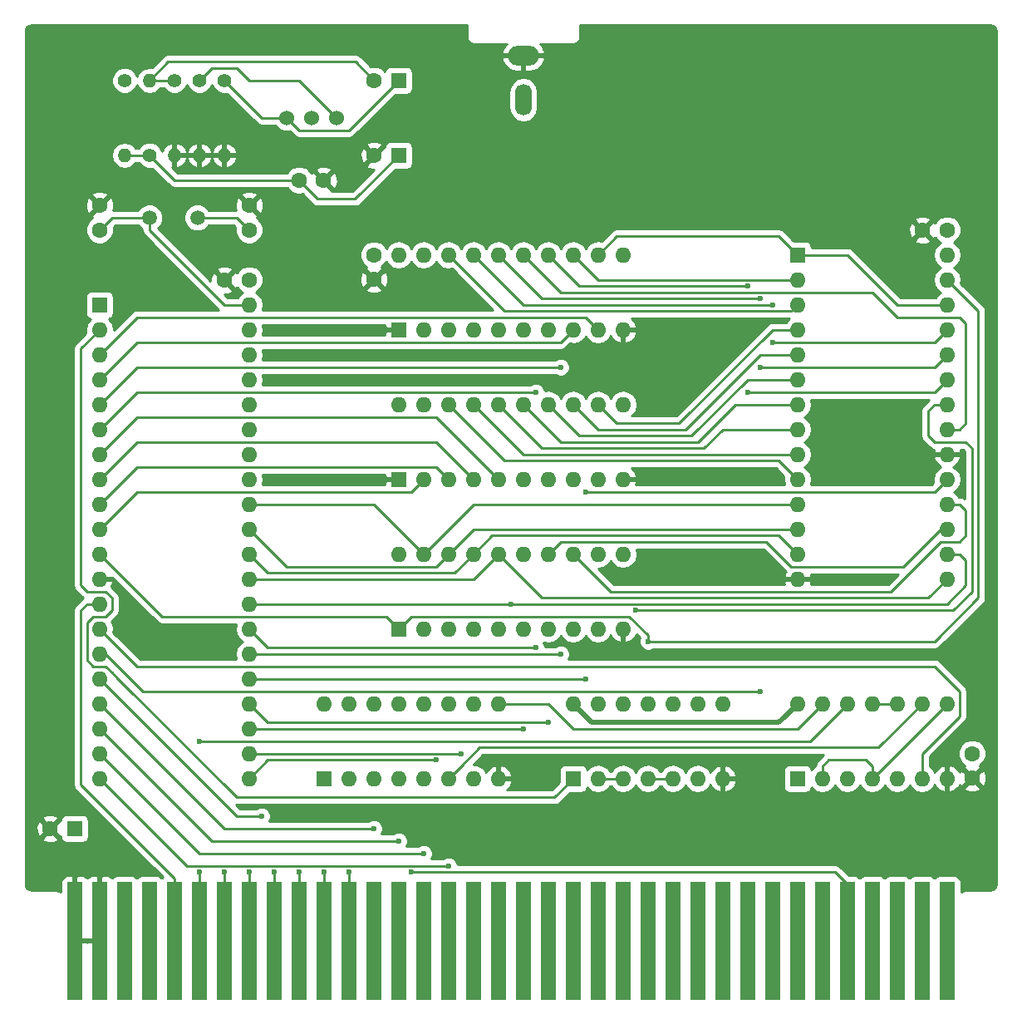
<source format=gbl>
G04 #@! TF.FileFunction,Copper,L2,Bot,Signal*
%FSLAX46Y46*%
G04 Gerber Fmt 4.6, Leading zero omitted, Abs format (unit mm)*
G04 Created by KiCad (PCBNEW 4.0.7) date 2024 March 18, Monday 14:50:24*
%MOMM*%
%LPD*%
G01*
G04 APERTURE LIST*
%ADD10C,0.100000*%
%ADD11O,1.700000X3.200000*%
%ADD12O,3.200000X2.000000*%
%ADD13R,1.524000X12.000000*%
%ADD14C,1.600000*%
%ADD15R,1.600000X1.600000*%
%ADD16C,1.400000*%
%ADD17O,1.400000X1.400000*%
%ADD18O,1.600000X1.600000*%
%ADD19C,1.524000*%
%ADD20C,1.500000*%
%ADD21C,0.600000*%
%ADD22C,0.500000*%
%ADD23C,0.250000*%
%ADD24C,0.254000*%
G04 APERTURE END LIST*
D10*
D11*
X152400000Y-60380000D03*
D12*
X152400000Y-55880000D03*
D13*
X109220000Y-146050000D03*
X106680000Y-146050000D03*
X111760000Y-146050000D03*
X114300000Y-146050000D03*
X116840000Y-146050000D03*
X119380000Y-146050000D03*
X121920000Y-146050000D03*
X124460000Y-146050000D03*
X127000000Y-146050000D03*
X129540000Y-146050000D03*
X132080000Y-146050000D03*
X134620000Y-146050000D03*
X137160000Y-146050000D03*
X139700000Y-146050000D03*
X142240000Y-146050000D03*
X144780000Y-146050000D03*
X147320000Y-146050000D03*
X149860000Y-146050000D03*
X152400000Y-146050000D03*
X154940000Y-146050000D03*
X157480000Y-146050000D03*
X160020000Y-146050000D03*
X162560000Y-146050000D03*
X165100000Y-146050000D03*
X167640000Y-146050000D03*
X170180000Y-146050000D03*
X172720000Y-146050000D03*
X175260000Y-146050000D03*
X177800000Y-146050000D03*
X180340000Y-146050000D03*
X182880000Y-146050000D03*
X185420000Y-146050000D03*
X187960000Y-146050000D03*
X190500000Y-146050000D03*
X193040000Y-146050000D03*
X195580000Y-146050000D03*
D14*
X124460000Y-73660000D03*
X124460000Y-71160000D03*
X109220000Y-73660000D03*
X109220000Y-71160000D03*
X129540000Y-68580000D03*
X132040000Y-68580000D03*
D15*
X139700000Y-66040000D03*
D14*
X137200000Y-66040000D03*
D16*
X114300000Y-66040000D03*
D17*
X114300000Y-58420000D03*
D16*
X121920000Y-58420000D03*
D17*
X121920000Y-66040000D03*
D16*
X119380000Y-58420000D03*
D17*
X119380000Y-66040000D03*
D16*
X116840000Y-58420000D03*
D17*
X116840000Y-66040000D03*
D15*
X109220000Y-81280000D03*
D18*
X124460000Y-129540000D03*
X109220000Y-83820000D03*
X124460000Y-127000000D03*
X109220000Y-86360000D03*
X124460000Y-124460000D03*
X109220000Y-88900000D03*
X124460000Y-121920000D03*
X109220000Y-91440000D03*
X124460000Y-119380000D03*
X109220000Y-93980000D03*
X124460000Y-116840000D03*
X109220000Y-96520000D03*
X124460000Y-114300000D03*
X109220000Y-99060000D03*
X124460000Y-111760000D03*
X109220000Y-101600000D03*
X124460000Y-109220000D03*
X109220000Y-104140000D03*
X124460000Y-106680000D03*
X109220000Y-106680000D03*
X124460000Y-104140000D03*
X109220000Y-109220000D03*
X124460000Y-101600000D03*
X109220000Y-111760000D03*
X124460000Y-99060000D03*
X109220000Y-114300000D03*
X124460000Y-96520000D03*
X109220000Y-116840000D03*
X124460000Y-93980000D03*
X109220000Y-119380000D03*
X124460000Y-91440000D03*
X109220000Y-121920000D03*
X124460000Y-88900000D03*
X109220000Y-124460000D03*
X124460000Y-86360000D03*
X109220000Y-127000000D03*
X124460000Y-83820000D03*
X109220000Y-129540000D03*
X124460000Y-81280000D03*
D15*
X180340000Y-76200000D03*
D18*
X195580000Y-109220000D03*
X180340000Y-78740000D03*
X195580000Y-106680000D03*
X180340000Y-81280000D03*
X195580000Y-104140000D03*
X180340000Y-83820000D03*
X195580000Y-101600000D03*
X180340000Y-86360000D03*
X195580000Y-99060000D03*
X180340000Y-88900000D03*
X195580000Y-96520000D03*
X180340000Y-91440000D03*
X195580000Y-93980000D03*
X180340000Y-93980000D03*
X195580000Y-91440000D03*
X180340000Y-96520000D03*
X195580000Y-88900000D03*
X180340000Y-99060000D03*
X195580000Y-86360000D03*
X180340000Y-101600000D03*
X195580000Y-83820000D03*
X180340000Y-104140000D03*
X195580000Y-81280000D03*
X180340000Y-106680000D03*
X195580000Y-78740000D03*
X180340000Y-109220000D03*
X195580000Y-76200000D03*
D15*
X139700000Y-114300000D03*
D18*
X162560000Y-106680000D03*
X142240000Y-114300000D03*
X160020000Y-106680000D03*
X144780000Y-114300000D03*
X157480000Y-106680000D03*
X147320000Y-114300000D03*
X154940000Y-106680000D03*
X149860000Y-114300000D03*
X152400000Y-106680000D03*
X152400000Y-114300000D03*
X149860000Y-106680000D03*
X154940000Y-114300000D03*
X147320000Y-106680000D03*
X157480000Y-114300000D03*
X144780000Y-106680000D03*
X160020000Y-114300000D03*
X142240000Y-106680000D03*
X162560000Y-114300000D03*
X139700000Y-106680000D03*
D15*
X139700000Y-99060000D03*
D18*
X162560000Y-91440000D03*
X142240000Y-99060000D03*
X160020000Y-91440000D03*
X144780000Y-99060000D03*
X157480000Y-91440000D03*
X147320000Y-99060000D03*
X154940000Y-91440000D03*
X149860000Y-99060000D03*
X152400000Y-91440000D03*
X152400000Y-99060000D03*
X149860000Y-91440000D03*
X154940000Y-99060000D03*
X147320000Y-91440000D03*
X157480000Y-99060000D03*
X144780000Y-91440000D03*
X160020000Y-99060000D03*
X142240000Y-91440000D03*
X162560000Y-99060000D03*
X139700000Y-91440000D03*
D15*
X139700000Y-83820000D03*
D18*
X162560000Y-76200000D03*
X142240000Y-83820000D03*
X160020000Y-76200000D03*
X144780000Y-83820000D03*
X157480000Y-76200000D03*
X147320000Y-83820000D03*
X154940000Y-76200000D03*
X149860000Y-83820000D03*
X152400000Y-76200000D03*
X152400000Y-83820000D03*
X149860000Y-76200000D03*
X154940000Y-83820000D03*
X147320000Y-76200000D03*
X157480000Y-83820000D03*
X144780000Y-76200000D03*
X160020000Y-83820000D03*
X142240000Y-76200000D03*
X162560000Y-83820000D03*
X139700000Y-76200000D03*
D15*
X157480000Y-129540000D03*
D18*
X172720000Y-121920000D03*
X160020000Y-129540000D03*
X170180000Y-121920000D03*
X162560000Y-129540000D03*
X167640000Y-121920000D03*
X165100000Y-129540000D03*
X165100000Y-121920000D03*
X167640000Y-129540000D03*
X162560000Y-121920000D03*
X170180000Y-129540000D03*
X160020000Y-121920000D03*
X172720000Y-129540000D03*
X157480000Y-121920000D03*
D15*
X132080000Y-129540000D03*
D18*
X149860000Y-121920000D03*
X134620000Y-129540000D03*
X147320000Y-121920000D03*
X137160000Y-129540000D03*
X144780000Y-121920000D03*
X139700000Y-129540000D03*
X142240000Y-121920000D03*
X142240000Y-129540000D03*
X139700000Y-121920000D03*
X144780000Y-129540000D03*
X137160000Y-121920000D03*
X147320000Y-129540000D03*
X134620000Y-121920000D03*
X149860000Y-129540000D03*
X132080000Y-121920000D03*
D15*
X180340000Y-129540000D03*
D18*
X195580000Y-121920000D03*
X182880000Y-129540000D03*
X193040000Y-121920000D03*
X185420000Y-129540000D03*
X190500000Y-121920000D03*
X187960000Y-129540000D03*
X187960000Y-121920000D03*
X190500000Y-129540000D03*
X185420000Y-121920000D03*
X193040000Y-129540000D03*
X182880000Y-121920000D03*
X195580000Y-129540000D03*
X180340000Y-121920000D03*
D15*
X106680000Y-134620000D03*
D14*
X104180000Y-134620000D03*
D15*
X139700000Y-58420000D03*
D14*
X137200000Y-58420000D03*
X195580000Y-73660000D03*
X193080000Y-73660000D03*
X137160000Y-76200000D03*
X137160000Y-78700000D03*
X198120000Y-127000000D03*
X198120000Y-129500000D03*
X124460000Y-78740000D03*
X121960000Y-78740000D03*
D16*
X111760000Y-58420000D03*
D17*
X111760000Y-66040000D03*
D19*
X130810000Y-62230000D03*
X133350000Y-62230000D03*
X128270000Y-62230000D03*
D20*
X114300000Y-72390000D03*
X119180000Y-72390000D03*
D21*
X139700000Y-86360000D03*
X166370000Y-99060000D03*
X127000000Y-139065000D03*
X129540000Y-139065000D03*
X132080000Y-139065000D03*
X134620000Y-139065000D03*
X140970000Y-139065000D03*
X125730000Y-133350000D03*
X137160000Y-134620000D03*
X139700000Y-135890000D03*
X142240000Y-137160000D03*
X144780000Y-138430000D03*
X143510000Y-127635000D03*
X146050000Y-127000000D03*
X152400000Y-124460000D03*
X154940000Y-123825000D03*
X165100000Y-115570000D03*
X156210000Y-87630000D03*
X158750000Y-119380000D03*
X158750000Y-100330000D03*
X153670000Y-90170000D03*
X156210000Y-116840000D03*
X153670000Y-116205000D03*
X151130000Y-111760000D03*
X175260000Y-90170000D03*
X175260000Y-79375000D03*
X176530000Y-87630000D03*
X176530000Y-80645000D03*
X177800000Y-81280000D03*
X177800000Y-85090000D03*
X163830000Y-112395000D03*
X119380000Y-125730000D03*
X119380000Y-139065000D03*
X121920000Y-139065000D03*
X124460000Y-139065000D03*
X176530000Y-120650000D03*
D22*
X157480000Y-121920000D02*
X159385000Y-123825000D01*
X179070000Y-123190000D02*
X180340000Y-121920000D01*
X178435000Y-123825000D02*
X179070000Y-123190000D01*
X159385000Y-123825000D02*
X178435000Y-123825000D01*
D23*
X119180000Y-72390000D02*
X123190000Y-72390000D01*
X123190000Y-72390000D02*
X124460000Y-73660000D01*
X109220000Y-73660000D02*
X110490000Y-72390000D01*
X110490000Y-72390000D02*
X114300000Y-72390000D01*
X114300000Y-72390000D02*
X114300000Y-73660000D01*
X121920000Y-81280000D02*
X124460000Y-81280000D01*
X114300000Y-73660000D02*
X121920000Y-81280000D01*
X114300000Y-66040000D02*
X116840000Y-68580000D01*
X116840000Y-68580000D02*
X129540000Y-68580000D01*
X111760000Y-66040000D02*
X114300000Y-66040000D01*
X129540000Y-68580000D02*
X131445000Y-70485000D01*
X131445000Y-70485000D02*
X135255000Y-70485000D01*
X135255000Y-70485000D02*
X139700000Y-66040000D01*
X128270000Y-62230000D02*
X129540000Y-63500000D01*
X134620000Y-63500000D02*
X139700000Y-58420000D01*
X129540000Y-63500000D02*
X134620000Y-63500000D01*
X121920000Y-58420000D02*
X125730000Y-62230000D01*
X125730000Y-62230000D02*
X128270000Y-62230000D01*
X137200000Y-58420000D02*
X137200000Y-58380000D01*
X114300000Y-58420000D02*
X116840000Y-58420000D01*
X114300000Y-58420000D02*
X116205000Y-56515000D01*
X135295000Y-56515000D02*
X137200000Y-58420000D01*
X116205000Y-56515000D02*
X135295000Y-56515000D01*
X109220000Y-111760000D02*
X107950000Y-111760000D01*
X107315000Y-113665000D02*
X107315000Y-130175000D01*
X107315000Y-130175000D02*
X116840000Y-139700000D01*
X116840000Y-139700000D02*
X116840000Y-146050000D01*
X107315000Y-112395000D02*
X107315000Y-113665000D01*
X107950000Y-111760000D02*
X107315000Y-112395000D01*
X127000000Y-139065000D02*
X127000000Y-140335000D01*
X127000000Y-140335000D02*
X127000000Y-146050000D01*
X129540000Y-146050000D02*
X129540000Y-139065000D01*
X132080000Y-146050000D02*
X132080000Y-139065000D01*
X134620000Y-146050000D02*
X134620000Y-139065000D01*
X184150000Y-139065000D02*
X185420000Y-140335000D01*
X140970000Y-139065000D02*
X184150000Y-139065000D01*
X185420000Y-140335000D02*
X185420000Y-146050000D01*
X123190000Y-133350000D02*
X125730000Y-133350000D01*
X109220000Y-119380000D02*
X123190000Y-133350000D01*
X121920000Y-134620000D02*
X109220000Y-121920000D01*
X122555000Y-134620000D02*
X121920000Y-134620000D01*
X137160000Y-134620000D02*
X122555000Y-134620000D01*
X120650000Y-135890000D02*
X109220000Y-124460000D01*
X121285000Y-135890000D02*
X120650000Y-135890000D01*
X139700000Y-135890000D02*
X121285000Y-135890000D01*
X119380000Y-137160000D02*
X109220000Y-127000000D01*
X142240000Y-137160000D02*
X119380000Y-137160000D01*
X109220000Y-127000000D02*
X109220000Y-127000000D01*
X109220000Y-129540000D02*
X118110000Y-138430000D01*
X144780000Y-138430000D02*
X118110000Y-138430000D01*
X126365000Y-127635000D02*
X124460000Y-129540000D01*
X143510000Y-127635000D02*
X126365000Y-127635000D01*
X146050000Y-127000000D02*
X124460000Y-127000000D01*
X152400000Y-124460000D02*
X124460000Y-124460000D01*
X124460000Y-121920000D02*
X126365000Y-123825000D01*
X126365000Y-123825000D02*
X154940000Y-123825000D01*
X139700000Y-114300000D02*
X140970000Y-113030000D01*
X138430000Y-113030000D02*
X139700000Y-114300000D01*
X165100000Y-115570000D02*
X165100000Y-114935000D01*
X165100000Y-114935000D02*
X163195000Y-113030000D01*
X163195000Y-113030000D02*
X140970000Y-113030000D01*
X165100000Y-115570000D02*
X194310000Y-115570000D01*
X198755000Y-81915000D02*
X195580000Y-78740000D01*
X198755000Y-111125000D02*
X198755000Y-81915000D01*
X194310000Y-115570000D02*
X198755000Y-111125000D01*
X109220000Y-106680000D02*
X109220000Y-106680000D01*
X109220000Y-106680000D02*
X115570000Y-113030000D01*
X115570000Y-113030000D02*
X138430000Y-113030000D01*
X124460000Y-58420000D02*
X129540000Y-58420000D01*
X129540000Y-58420000D02*
X133350000Y-62230000D01*
X119380000Y-58420000D02*
X120650000Y-57150000D01*
X123190000Y-57150000D02*
X124460000Y-58420000D01*
X120650000Y-57150000D02*
X123190000Y-57150000D01*
X109220000Y-83820000D02*
X107315000Y-85725000D01*
X155575000Y-131445000D02*
X157480000Y-129540000D01*
X123190000Y-131445000D02*
X155575000Y-131445000D01*
X111125000Y-119380000D02*
X123190000Y-131445000D01*
X110490000Y-118745000D02*
X111125000Y-119380000D01*
X109855000Y-118110000D02*
X110490000Y-118745000D01*
X108585000Y-118110000D02*
X109855000Y-118110000D01*
X107950000Y-117475000D02*
X108585000Y-118110000D01*
X107950000Y-113665000D02*
X107950000Y-117475000D01*
X108585000Y-113030000D02*
X107950000Y-113665000D01*
X109855000Y-113030000D02*
X108585000Y-113030000D01*
X110490000Y-112395000D02*
X109855000Y-113030000D01*
X110490000Y-111125000D02*
X110490000Y-112395000D01*
X109855000Y-110490000D02*
X110490000Y-111125000D01*
X107950000Y-110490000D02*
X109855000Y-110490000D01*
X107315000Y-109855000D02*
X107950000Y-110490000D01*
X107315000Y-85725000D02*
X107315000Y-109855000D01*
X109220000Y-86360000D02*
X109220000Y-86360000D01*
X158750000Y-82550000D02*
X160020000Y-83820000D01*
X113030000Y-82550000D02*
X158750000Y-82550000D01*
X109220000Y-86360000D02*
X113030000Y-82550000D01*
X109220000Y-88900000D02*
X109220000Y-88900000D01*
X156210000Y-85090000D02*
X157480000Y-83820000D01*
X113030000Y-85090000D02*
X156210000Y-85090000D01*
X109220000Y-88900000D02*
X113030000Y-85090000D01*
X109220000Y-91440000D02*
X109220000Y-91440000D01*
X113030000Y-87630000D02*
X156210000Y-87630000D01*
X109220000Y-91440000D02*
X113030000Y-87630000D01*
X158750000Y-119380000D02*
X124460000Y-119380000D01*
X195580000Y-99060000D02*
X194310000Y-100330000D01*
X194310000Y-100330000D02*
X180340000Y-100330000D01*
X195580000Y-99060000D02*
X195580000Y-99060000D01*
X158750000Y-100330000D02*
X180340000Y-100330000D01*
X109220000Y-93980000D02*
X109220000Y-93980000D01*
X113030000Y-90170000D02*
X153670000Y-90170000D01*
X109220000Y-93980000D02*
X113030000Y-90170000D01*
X157480000Y-106680000D02*
X161290000Y-110490000D01*
X196850000Y-101600000D02*
X195580000Y-101600000D01*
X197485000Y-102235000D02*
X196850000Y-101600000D01*
X197485000Y-104775000D02*
X197485000Y-102235000D01*
X196850000Y-105410000D02*
X197485000Y-104775000D01*
X194945000Y-105410000D02*
X196850000Y-105410000D01*
X189865000Y-110490000D02*
X194945000Y-105410000D01*
X161290000Y-110490000D02*
X189865000Y-110490000D01*
X156210000Y-116840000D02*
X124460000Y-116840000D01*
X149860000Y-99060000D02*
X143510000Y-92710000D01*
X109220000Y-96520000D02*
X109220000Y-96520000D01*
X109220000Y-96520000D02*
X113030000Y-92710000D01*
X113030000Y-92710000D02*
X143510000Y-92710000D01*
X177165000Y-105410000D02*
X179705000Y-107950000D01*
X191135000Y-107950000D02*
X194945000Y-104140000D01*
X179705000Y-107950000D02*
X191135000Y-107950000D01*
X126365000Y-116205000D02*
X124460000Y-114300000D01*
X153670000Y-116205000D02*
X126365000Y-116205000D01*
X154940000Y-106680000D02*
X156210000Y-105410000D01*
X194945000Y-104140000D02*
X195580000Y-104140000D01*
X177165000Y-105410000D02*
X156210000Y-105410000D01*
X194945000Y-104140000D02*
X194945000Y-104140000D01*
X147320000Y-99060000D02*
X143510000Y-95250000D01*
X109220000Y-99060000D02*
X109220000Y-99060000D01*
X109220000Y-99060000D02*
X113030000Y-95250000D01*
X113030000Y-95250000D02*
X143510000Y-95250000D01*
X194310000Y-111760000D02*
X195580000Y-111760000D01*
X196850000Y-106680000D02*
X195580000Y-106680000D01*
X197485000Y-107315000D02*
X196850000Y-106680000D01*
X197485000Y-109855000D02*
X197485000Y-107315000D01*
X195580000Y-111760000D02*
X197485000Y-109855000D01*
X151130000Y-111760000D02*
X194310000Y-111760000D01*
X151130000Y-111760000D02*
X124460000Y-111760000D01*
X109220000Y-101600000D02*
X109220000Y-101600000D01*
X143510000Y-97790000D02*
X144780000Y-99060000D01*
X113030000Y-97790000D02*
X143510000Y-97790000D01*
X109220000Y-101600000D02*
X113030000Y-97790000D01*
X149860000Y-106680000D02*
X147320000Y-109220000D01*
X147320000Y-109220000D02*
X124460000Y-109220000D01*
X149860000Y-106680000D02*
X152400000Y-109220000D01*
X152400000Y-109220000D02*
X154305000Y-111125000D01*
X152400000Y-109220000D02*
X152400000Y-109220000D01*
X195580000Y-109220000D02*
X193675000Y-111125000D01*
X193675000Y-111125000D02*
X154305000Y-111125000D01*
X195580000Y-109220000D02*
X195580000Y-109220000D01*
X109220000Y-104140000D02*
X109220000Y-104140000D01*
X140970000Y-100330000D02*
X142240000Y-99060000D01*
X113030000Y-100330000D02*
X140970000Y-100330000D01*
X109220000Y-104140000D02*
X113030000Y-100330000D01*
X180340000Y-106680000D02*
X178435000Y-104775000D01*
X149225000Y-104775000D02*
X178435000Y-104775000D01*
X149225000Y-104775000D02*
X147320000Y-106680000D01*
X147320000Y-106680000D02*
X145415000Y-108585000D01*
X126365000Y-108585000D02*
X124460000Y-106680000D01*
X145415000Y-108585000D02*
X126365000Y-108585000D01*
X144780000Y-106680000D02*
X143510000Y-107950000D01*
X128270000Y-107950000D02*
X124460000Y-104140000D01*
X143510000Y-107950000D02*
X128270000Y-107950000D01*
X180340000Y-104140000D02*
X147320000Y-104140000D01*
X147320000Y-104140000D02*
X144780000Y-106680000D01*
X142240000Y-106680000D02*
X147320000Y-101600000D01*
X147320000Y-101600000D02*
X180340000Y-101600000D01*
X142240000Y-106680000D02*
X137160000Y-101600000D01*
X137160000Y-101600000D02*
X124460000Y-101600000D01*
X180340000Y-76200000D02*
X185420000Y-76200000D01*
X185420000Y-76200000D02*
X190500000Y-81280000D01*
X178435000Y-74295000D02*
X180340000Y-76200000D01*
X190500000Y-81280000D02*
X195580000Y-81280000D01*
X160020000Y-76200000D02*
X161925000Y-74295000D01*
X161925000Y-74295000D02*
X178435000Y-74295000D01*
X157480000Y-76200000D02*
X160020000Y-78740000D01*
X160020000Y-78740000D02*
X180340000Y-78740000D01*
X179070000Y-81915000D02*
X179705000Y-81915000D01*
X150495000Y-81915000D02*
X179070000Y-81915000D01*
X144780000Y-76200000D02*
X150495000Y-81915000D01*
X179705000Y-81915000D02*
X180340000Y-81280000D01*
X160020000Y-91440000D02*
X161925000Y-93345000D01*
X177800000Y-83820000D02*
X180340000Y-83820000D01*
X168275000Y-93345000D02*
X177800000Y-83820000D01*
X161925000Y-93345000D02*
X168275000Y-93345000D01*
X157480000Y-91440000D02*
X160020000Y-93980000D01*
X176530000Y-86360000D02*
X180340000Y-86360000D01*
X168910000Y-93980000D02*
X176530000Y-86360000D01*
X160020000Y-93980000D02*
X168910000Y-93980000D01*
X154940000Y-91440000D02*
X158115000Y-94615000D01*
X175260000Y-88900000D02*
X180340000Y-88900000D01*
X169545000Y-94615000D02*
X175260000Y-88900000D01*
X158115000Y-94615000D02*
X169545000Y-94615000D01*
X152400000Y-91440000D02*
X156210000Y-95250000D01*
X173990000Y-91440000D02*
X180340000Y-91440000D01*
X170180000Y-95250000D02*
X173990000Y-91440000D01*
X156210000Y-95250000D02*
X170180000Y-95250000D01*
X185420000Y-80010000D02*
X187960000Y-80010000D01*
X196850000Y-93980000D02*
X195580000Y-93980000D01*
X197485000Y-93345000D02*
X196850000Y-93980000D01*
X197485000Y-83185000D02*
X197485000Y-93345000D01*
X196850000Y-82550000D02*
X197485000Y-83185000D01*
X190500000Y-82550000D02*
X196850000Y-82550000D01*
X187960000Y-80010000D02*
X190500000Y-82550000D01*
X156210000Y-80010000D02*
X170815000Y-80010000D01*
X152400000Y-76200000D02*
X156210000Y-80010000D01*
X185420000Y-80010000D02*
X170815000Y-80010000D01*
X154305000Y-95885000D02*
X170815000Y-95885000D01*
X149860000Y-91440000D02*
X154305000Y-95885000D01*
X172720000Y-93980000D02*
X180340000Y-93980000D01*
X170815000Y-95885000D02*
X172720000Y-93980000D01*
X147320000Y-91440000D02*
X151130000Y-95250000D01*
X152400000Y-96520000D02*
X180340000Y-96520000D01*
X151130000Y-95250000D02*
X152400000Y-96520000D01*
X158115000Y-79375000D02*
X170815000Y-79375000D01*
X154940000Y-76200000D02*
X158115000Y-79375000D01*
X195580000Y-88900000D02*
X194310000Y-90170000D01*
X194310000Y-90170000D02*
X175260000Y-90170000D01*
X195580000Y-88900000D02*
X195580000Y-88900000D01*
X175260000Y-79375000D02*
X170815000Y-79375000D01*
X144780000Y-91440000D02*
X147320000Y-93980000D01*
X180340000Y-99060000D02*
X180340000Y-99060000D01*
X178435000Y-97155000D02*
X180340000Y-99060000D01*
X150495000Y-97155000D02*
X178435000Y-97155000D01*
X147320000Y-93980000D02*
X150495000Y-97155000D01*
X154305000Y-80645000D02*
X170815000Y-80645000D01*
X149860000Y-76200000D02*
X154305000Y-80645000D01*
X195580000Y-86360000D02*
X194310000Y-87630000D01*
X194310000Y-87630000D02*
X176530000Y-87630000D01*
X195580000Y-86360000D02*
X195580000Y-86360000D01*
X176530000Y-80645000D02*
X170815000Y-80645000D01*
X152400000Y-81280000D02*
X177800000Y-81280000D01*
X147320000Y-76200000D02*
X152400000Y-81280000D01*
X195580000Y-83820000D02*
X194310000Y-85090000D01*
X194310000Y-85090000D02*
X177800000Y-85090000D01*
X195580000Y-83820000D02*
X195580000Y-83820000D01*
X160020000Y-129540000D02*
X162560000Y-129540000D01*
X165100000Y-129540000D02*
X167640000Y-129540000D01*
X195580000Y-91440000D02*
X194310000Y-91440000D01*
X196215000Y-112395000D02*
X163830000Y-112395000D01*
X198120000Y-110490000D02*
X196215000Y-112395000D01*
X198120000Y-95885000D02*
X198120000Y-110490000D01*
X197485000Y-95250000D02*
X198120000Y-95885000D01*
X194310000Y-95250000D02*
X197485000Y-95250000D01*
X193675000Y-94615000D02*
X194310000Y-95250000D01*
X193675000Y-92075000D02*
X193675000Y-94615000D01*
X194310000Y-91440000D02*
X193675000Y-92075000D01*
X144780000Y-129540000D02*
X146050000Y-128270000D01*
X146050000Y-128270000D02*
X146050000Y-128270000D01*
X193040000Y-121920000D02*
X188595000Y-126365000D01*
X147955000Y-126365000D02*
X146050000Y-128270000D01*
X188595000Y-126365000D02*
X147955000Y-126365000D01*
X119380000Y-146050000D02*
X119380000Y-139065000D01*
X181610000Y-125730000D02*
X185420000Y-121920000D01*
X156845000Y-125730000D02*
X181610000Y-125730000D01*
X119380000Y-125730000D02*
X156845000Y-125730000D01*
X121920000Y-146050000D02*
X121920000Y-139065000D01*
X124460000Y-139065000D02*
X124460000Y-146050000D01*
X191770000Y-118110000D02*
X194310000Y-118110000D01*
X193040000Y-127000000D02*
X193040000Y-129540000D01*
X196850000Y-123190000D02*
X193040000Y-127000000D01*
X196850000Y-120650000D02*
X196850000Y-123190000D01*
X194310000Y-118110000D02*
X196850000Y-120650000D01*
X109220000Y-114300000D02*
X109220000Y-114300000D01*
X113030000Y-118110000D02*
X191770000Y-118110000D01*
X109220000Y-114300000D02*
X113030000Y-118110000D01*
X109220000Y-116840000D02*
X109855000Y-116840000D01*
X113665000Y-120650000D02*
X128270000Y-120650000D01*
X128270000Y-120650000D02*
X128905000Y-120650000D01*
X128905000Y-120650000D02*
X176530000Y-120650000D01*
X109855000Y-116840000D02*
X113665000Y-120650000D01*
X182880000Y-129540000D02*
X182880000Y-128270000D01*
X187960000Y-128270000D02*
X187960000Y-129540000D01*
X187325000Y-127635000D02*
X187960000Y-128270000D01*
X183515000Y-127635000D02*
X187325000Y-127635000D01*
X182880000Y-128270000D02*
X183515000Y-127635000D01*
X187960000Y-129540000D02*
X195580000Y-121920000D01*
X187960000Y-121920000D02*
X190500000Y-121920000D01*
X149860000Y-121920000D02*
X154940000Y-121920000D01*
X180340000Y-124460000D02*
X182880000Y-121920000D01*
X157480000Y-124460000D02*
X180340000Y-124460000D01*
X154940000Y-121920000D02*
X157480000Y-124460000D01*
D24*
G36*
X146610000Y-53975000D02*
X146664046Y-54246705D01*
X146817954Y-54477046D01*
X147048295Y-54630954D01*
X147320000Y-54685000D01*
X150717654Y-54685000D01*
X150554078Y-54813683D01*
X150240856Y-55371645D01*
X150209876Y-55499566D01*
X150329223Y-55753000D01*
X152273000Y-55753000D01*
X152273000Y-55733000D01*
X152527000Y-55733000D01*
X152527000Y-55753000D01*
X154470777Y-55753000D01*
X154590124Y-55499566D01*
X154559144Y-55371645D01*
X154245922Y-54813683D01*
X154082346Y-54685000D01*
X157480000Y-54685000D01*
X157751705Y-54630954D01*
X157982046Y-54477046D01*
X158135954Y-54246705D01*
X158190000Y-53975000D01*
X158190000Y-52780000D01*
X199955070Y-52780000D01*
X200233979Y-52835478D01*
X200411145Y-52953856D01*
X200529521Y-53131019D01*
X200585000Y-53409931D01*
X200585000Y-140265069D01*
X200529521Y-140543981D01*
X200411145Y-140721144D01*
X200233979Y-140839522D01*
X199955070Y-140895000D01*
X197485000Y-140895000D01*
X197213295Y-140949046D01*
X196989440Y-141098620D01*
X196989440Y-140050000D01*
X196945162Y-139814683D01*
X196806090Y-139598559D01*
X196593890Y-139453569D01*
X196342000Y-139402560D01*
X194818000Y-139402560D01*
X194582683Y-139446838D01*
X194366559Y-139585910D01*
X194310626Y-139667770D01*
X194266090Y-139598559D01*
X194053890Y-139453569D01*
X193802000Y-139402560D01*
X192278000Y-139402560D01*
X192042683Y-139446838D01*
X191826559Y-139585910D01*
X191770626Y-139667770D01*
X191726090Y-139598559D01*
X191513890Y-139453569D01*
X191262000Y-139402560D01*
X189738000Y-139402560D01*
X189502683Y-139446838D01*
X189286559Y-139585910D01*
X189230626Y-139667770D01*
X189186090Y-139598559D01*
X188973890Y-139453569D01*
X188722000Y-139402560D01*
X187198000Y-139402560D01*
X186962683Y-139446838D01*
X186746559Y-139585910D01*
X186690626Y-139667770D01*
X186646090Y-139598559D01*
X186433890Y-139453569D01*
X186182000Y-139402560D01*
X185562362Y-139402560D01*
X184687401Y-138527599D01*
X184440839Y-138362852D01*
X184150000Y-138305000D01*
X145715110Y-138305000D01*
X145715162Y-138244833D01*
X145573117Y-137901057D01*
X145310327Y-137637808D01*
X144966799Y-137495162D01*
X144594833Y-137494838D01*
X144251057Y-137636883D01*
X144217882Y-137670000D01*
X143040633Y-137670000D01*
X143174838Y-137346799D01*
X143175162Y-136974833D01*
X143033117Y-136631057D01*
X142770327Y-136367808D01*
X142426799Y-136225162D01*
X142054833Y-136224838D01*
X141711057Y-136366883D01*
X141677882Y-136400000D01*
X140500633Y-136400000D01*
X140634838Y-136076799D01*
X140635162Y-135704833D01*
X140493117Y-135361057D01*
X140230327Y-135097808D01*
X139886799Y-134955162D01*
X139514833Y-134954838D01*
X139171057Y-135096883D01*
X139137882Y-135130000D01*
X137960633Y-135130000D01*
X138094838Y-134806799D01*
X138095162Y-134434833D01*
X137953117Y-134091057D01*
X137690327Y-133827808D01*
X137346799Y-133685162D01*
X136974833Y-133684838D01*
X136631057Y-133826883D01*
X136597882Y-133860000D01*
X126530633Y-133860000D01*
X126664838Y-133536799D01*
X126665162Y-133164833D01*
X126523117Y-132821057D01*
X126260327Y-132557808D01*
X125916799Y-132415162D01*
X125544833Y-132414838D01*
X125201057Y-132556883D01*
X125167882Y-132590000D01*
X123504802Y-132590000D01*
X123102371Y-132187569D01*
X123190000Y-132205000D01*
X155575000Y-132205000D01*
X155865839Y-132147148D01*
X156112401Y-131982401D01*
X157107362Y-130987440D01*
X158280000Y-130987440D01*
X158515317Y-130943162D01*
X158731441Y-130804090D01*
X158876431Y-130591890D01*
X158907815Y-130436911D01*
X159005302Y-130582811D01*
X159470849Y-130893880D01*
X160020000Y-131003113D01*
X160569151Y-130893880D01*
X161034698Y-130582811D01*
X161223667Y-130300000D01*
X161356333Y-130300000D01*
X161545302Y-130582811D01*
X162010849Y-130893880D01*
X162560000Y-131003113D01*
X163109151Y-130893880D01*
X163574698Y-130582811D01*
X163830000Y-130200725D01*
X164085302Y-130582811D01*
X164550849Y-130893880D01*
X165100000Y-131003113D01*
X165649151Y-130893880D01*
X166114698Y-130582811D01*
X166303667Y-130300000D01*
X166436333Y-130300000D01*
X166625302Y-130582811D01*
X167090849Y-130893880D01*
X167640000Y-131003113D01*
X168189151Y-130893880D01*
X168654698Y-130582811D01*
X168910000Y-130200725D01*
X169165302Y-130582811D01*
X169630849Y-130893880D01*
X170180000Y-131003113D01*
X170729151Y-130893880D01*
X171194698Y-130582811D01*
X171464986Y-130178297D01*
X171567611Y-130395134D01*
X171982577Y-130771041D01*
X172370961Y-130931904D01*
X172593000Y-130809915D01*
X172593000Y-129667000D01*
X172847000Y-129667000D01*
X172847000Y-130809915D01*
X173069039Y-130931904D01*
X173457423Y-130771041D01*
X173872389Y-130395134D01*
X174111914Y-129889041D01*
X173990629Y-129667000D01*
X172847000Y-129667000D01*
X172593000Y-129667000D01*
X172573000Y-129667000D01*
X172573000Y-129413000D01*
X172593000Y-129413000D01*
X172593000Y-128270085D01*
X172847000Y-128270085D01*
X172847000Y-129413000D01*
X173990629Y-129413000D01*
X174111914Y-129190959D01*
X173872389Y-128684866D01*
X173457423Y-128308959D01*
X173069039Y-128148096D01*
X172847000Y-128270085D01*
X172593000Y-128270085D01*
X172370961Y-128148096D01*
X171982577Y-128308959D01*
X171567611Y-128684866D01*
X171464986Y-128901703D01*
X171194698Y-128497189D01*
X170729151Y-128186120D01*
X170180000Y-128076887D01*
X169630849Y-128186120D01*
X169165302Y-128497189D01*
X168910000Y-128879275D01*
X168654698Y-128497189D01*
X168189151Y-128186120D01*
X167640000Y-128076887D01*
X167090849Y-128186120D01*
X166625302Y-128497189D01*
X166436333Y-128780000D01*
X166303667Y-128780000D01*
X166114698Y-128497189D01*
X165649151Y-128186120D01*
X165100000Y-128076887D01*
X164550849Y-128186120D01*
X164085302Y-128497189D01*
X163830000Y-128879275D01*
X163574698Y-128497189D01*
X163109151Y-128186120D01*
X162560000Y-128076887D01*
X162010849Y-128186120D01*
X161545302Y-128497189D01*
X161356333Y-128780000D01*
X161223667Y-128780000D01*
X161034698Y-128497189D01*
X160569151Y-128186120D01*
X160020000Y-128076887D01*
X159470849Y-128186120D01*
X159005302Y-128497189D01*
X158908899Y-128641465D01*
X158883162Y-128504683D01*
X158744090Y-128288559D01*
X158531890Y-128143569D01*
X158280000Y-128092560D01*
X156680000Y-128092560D01*
X156444683Y-128136838D01*
X156228559Y-128275910D01*
X156083569Y-128488110D01*
X156032560Y-128740000D01*
X156032560Y-129912638D01*
X155260198Y-130685000D01*
X150692404Y-130685000D01*
X151012389Y-130395134D01*
X151251914Y-129889041D01*
X151130629Y-129667000D01*
X149987000Y-129667000D01*
X149987000Y-129687000D01*
X149733000Y-129687000D01*
X149733000Y-129667000D01*
X149713000Y-129667000D01*
X149713000Y-129413000D01*
X149733000Y-129413000D01*
X149733000Y-128270085D01*
X149987000Y-128270085D01*
X149987000Y-129413000D01*
X151130629Y-129413000D01*
X151251914Y-129190959D01*
X151012389Y-128684866D01*
X150597423Y-128308959D01*
X150209039Y-128148096D01*
X149987000Y-128270085D01*
X149733000Y-128270085D01*
X149510961Y-128148096D01*
X149122577Y-128308959D01*
X148707611Y-128684866D01*
X148604986Y-128901703D01*
X148334698Y-128497189D01*
X147869151Y-128186120D01*
X147320000Y-128076887D01*
X147317397Y-128077405D01*
X148269802Y-127125000D01*
X182950198Y-127125000D01*
X182342599Y-127732599D01*
X182177852Y-127979161D01*
X182120000Y-128270000D01*
X182120000Y-128327005D01*
X181865302Y-128497189D01*
X181768899Y-128641465D01*
X181743162Y-128504683D01*
X181604090Y-128288559D01*
X181391890Y-128143569D01*
X181140000Y-128092560D01*
X179540000Y-128092560D01*
X179304683Y-128136838D01*
X179088559Y-128275910D01*
X178943569Y-128488110D01*
X178892560Y-128740000D01*
X178892560Y-130340000D01*
X178936838Y-130575317D01*
X179075910Y-130791441D01*
X179288110Y-130936431D01*
X179540000Y-130987440D01*
X181140000Y-130987440D01*
X181375317Y-130943162D01*
X181591441Y-130804090D01*
X181736431Y-130591890D01*
X181767815Y-130436911D01*
X181865302Y-130582811D01*
X182330849Y-130893880D01*
X182880000Y-131003113D01*
X183429151Y-130893880D01*
X183894698Y-130582811D01*
X184150000Y-130200725D01*
X184405302Y-130582811D01*
X184870849Y-130893880D01*
X185420000Y-131003113D01*
X185969151Y-130893880D01*
X186434698Y-130582811D01*
X186690000Y-130200725D01*
X186945302Y-130582811D01*
X187410849Y-130893880D01*
X187960000Y-131003113D01*
X188509151Y-130893880D01*
X188974698Y-130582811D01*
X189230000Y-130200725D01*
X189485302Y-130582811D01*
X189950849Y-130893880D01*
X190500000Y-131003113D01*
X191049151Y-130893880D01*
X191514698Y-130582811D01*
X191770000Y-130200725D01*
X192025302Y-130582811D01*
X192490849Y-130893880D01*
X193040000Y-131003113D01*
X193589151Y-130893880D01*
X194054698Y-130582811D01*
X194324986Y-130178297D01*
X194427611Y-130395134D01*
X194842577Y-130771041D01*
X195230961Y-130931904D01*
X195453000Y-130809915D01*
X195453000Y-129667000D01*
X195433000Y-129667000D01*
X195433000Y-129413000D01*
X195453000Y-129413000D01*
X195453000Y-128270085D01*
X195707000Y-128270085D01*
X195707000Y-129413000D01*
X195727000Y-129413000D01*
X195727000Y-129667000D01*
X195707000Y-129667000D01*
X195707000Y-130809915D01*
X195929039Y-130931904D01*
X196317423Y-130771041D01*
X196608077Y-130507745D01*
X197291861Y-130507745D01*
X197365995Y-130753864D01*
X197903223Y-130946965D01*
X198473454Y-130919778D01*
X198874005Y-130753864D01*
X198948139Y-130507745D01*
X198120000Y-129679605D01*
X197291861Y-130507745D01*
X196608077Y-130507745D01*
X196732389Y-130395134D01*
X196834888Y-130178565D01*
X196866136Y-130254005D01*
X197112255Y-130328139D01*
X197940395Y-129500000D01*
X198299605Y-129500000D01*
X199127745Y-130328139D01*
X199373864Y-130254005D01*
X199566965Y-129716777D01*
X199539778Y-129146546D01*
X199373864Y-128745995D01*
X199127745Y-128671861D01*
X198299605Y-129500000D01*
X197940395Y-129500000D01*
X197112255Y-128671861D01*
X196866136Y-128745995D01*
X196820893Y-128871866D01*
X196732389Y-128684866D01*
X196317423Y-128308959D01*
X195929039Y-128148096D01*
X195707000Y-128270085D01*
X195453000Y-128270085D01*
X195230961Y-128148096D01*
X194842577Y-128308959D01*
X194427611Y-128684866D01*
X194324986Y-128901703D01*
X194054698Y-128497189D01*
X193800000Y-128327005D01*
X193800000Y-127314802D01*
X193830615Y-127284187D01*
X196684752Y-127284187D01*
X196902757Y-127811800D01*
X197306077Y-128215824D01*
X197372544Y-128243423D01*
X197365995Y-128246136D01*
X197291861Y-128492255D01*
X198120000Y-129320395D01*
X198948139Y-128492255D01*
X198874005Y-128246136D01*
X198867517Y-128243804D01*
X198931800Y-128217243D01*
X199335824Y-127813923D01*
X199554750Y-127286691D01*
X199555248Y-126715813D01*
X199337243Y-126188200D01*
X198933923Y-125784176D01*
X198406691Y-125565250D01*
X197835813Y-125564752D01*
X197308200Y-125782757D01*
X196904176Y-126186077D01*
X196685250Y-126713309D01*
X196684752Y-127284187D01*
X193830615Y-127284187D01*
X197387401Y-123727401D01*
X197552148Y-123480839D01*
X197610000Y-123190000D01*
X197610000Y-120650000D01*
X197552148Y-120359161D01*
X197552148Y-120359160D01*
X197387401Y-120112599D01*
X194847401Y-117572599D01*
X194600839Y-117407852D01*
X194310000Y-117350000D01*
X157010633Y-117350000D01*
X157144838Y-117026799D01*
X157145162Y-116654833D01*
X157003117Y-116311057D01*
X156740327Y-116047808D01*
X156396799Y-115905162D01*
X156024833Y-115904838D01*
X155681057Y-116046883D01*
X155647882Y-116080000D01*
X154605110Y-116080000D01*
X154605162Y-116019833D01*
X154463117Y-115676057D01*
X154453399Y-115666322D01*
X154940000Y-115763113D01*
X155489151Y-115653880D01*
X155954698Y-115342811D01*
X156210000Y-114960725D01*
X156465302Y-115342811D01*
X156930849Y-115653880D01*
X157480000Y-115763113D01*
X158029151Y-115653880D01*
X158494698Y-115342811D01*
X158750000Y-114960725D01*
X159005302Y-115342811D01*
X159470849Y-115653880D01*
X160020000Y-115763113D01*
X160569151Y-115653880D01*
X161034698Y-115342811D01*
X161304986Y-114938297D01*
X161407611Y-115155134D01*
X161822577Y-115531041D01*
X162210961Y-115691904D01*
X162433000Y-115569915D01*
X162433000Y-114427000D01*
X162413000Y-114427000D01*
X162413000Y-114173000D01*
X162433000Y-114173000D01*
X162433000Y-114153000D01*
X162687000Y-114153000D01*
X162687000Y-114173000D01*
X162707000Y-114173000D01*
X162707000Y-114427000D01*
X162687000Y-114427000D01*
X162687000Y-115569915D01*
X162909039Y-115691904D01*
X163297423Y-115531041D01*
X163712389Y-115155134D01*
X163883594Y-114793396D01*
X164255600Y-115165402D01*
X164165162Y-115383201D01*
X164164838Y-115755167D01*
X164306883Y-116098943D01*
X164569673Y-116362192D01*
X164913201Y-116504838D01*
X165285167Y-116505162D01*
X165628943Y-116363117D01*
X165662118Y-116330000D01*
X194310000Y-116330000D01*
X194600839Y-116272148D01*
X194847401Y-116107401D01*
X199292401Y-111662401D01*
X199457148Y-111415840D01*
X199515000Y-111125000D01*
X199515000Y-81915000D01*
X199457148Y-81624161D01*
X199292401Y-81377599D01*
X196978688Y-79063886D01*
X197043113Y-78740000D01*
X196933880Y-78190849D01*
X196622811Y-77725302D01*
X196240725Y-77470000D01*
X196622811Y-77214698D01*
X196933880Y-76749151D01*
X197043113Y-76200000D01*
X196933880Y-75650849D01*
X196622811Y-75185302D01*
X196249664Y-74935973D01*
X196391800Y-74877243D01*
X196795824Y-74473923D01*
X197014750Y-73946691D01*
X197015248Y-73375813D01*
X196797243Y-72848200D01*
X196393923Y-72444176D01*
X195866691Y-72225250D01*
X195295813Y-72224752D01*
X194768200Y-72442757D01*
X194364176Y-72846077D01*
X194336577Y-72912544D01*
X194333864Y-72905995D01*
X194087745Y-72831861D01*
X193259605Y-73660000D01*
X194087745Y-74488139D01*
X194333864Y-74414005D01*
X194336196Y-74407517D01*
X194362757Y-74471800D01*
X194766077Y-74875824D01*
X194910564Y-74935820D01*
X194537189Y-75185302D01*
X194226120Y-75650849D01*
X194116887Y-76200000D01*
X194226120Y-76749151D01*
X194537189Y-77214698D01*
X194919275Y-77470000D01*
X194537189Y-77725302D01*
X194226120Y-78190849D01*
X194116887Y-78740000D01*
X194226120Y-79289151D01*
X194537189Y-79754698D01*
X194919275Y-80010000D01*
X194537189Y-80265302D01*
X194367005Y-80520000D01*
X190814802Y-80520000D01*
X185957401Y-75662599D01*
X185710839Y-75497852D01*
X185420000Y-75440000D01*
X181787440Y-75440000D01*
X181787440Y-75400000D01*
X181743162Y-75164683D01*
X181604090Y-74948559D01*
X181391890Y-74803569D01*
X181140000Y-74752560D01*
X179967362Y-74752560D01*
X179882547Y-74667745D01*
X192251861Y-74667745D01*
X192325995Y-74913864D01*
X192863223Y-75106965D01*
X193433454Y-75079778D01*
X193834005Y-74913864D01*
X193908139Y-74667745D01*
X193080000Y-73839605D01*
X192251861Y-74667745D01*
X179882547Y-74667745D01*
X178972401Y-73757599D01*
X178725839Y-73592852D01*
X178435000Y-73535000D01*
X161925000Y-73535000D01*
X161634161Y-73592852D01*
X161387599Y-73757599D01*
X160343886Y-74801312D01*
X160020000Y-74736887D01*
X159470849Y-74846120D01*
X159005302Y-75157189D01*
X158750000Y-75539275D01*
X158494698Y-75157189D01*
X158029151Y-74846120D01*
X157480000Y-74736887D01*
X156930849Y-74846120D01*
X156465302Y-75157189D01*
X156210000Y-75539275D01*
X155954698Y-75157189D01*
X155489151Y-74846120D01*
X154940000Y-74736887D01*
X154390849Y-74846120D01*
X153925302Y-75157189D01*
X153670000Y-75539275D01*
X153414698Y-75157189D01*
X152949151Y-74846120D01*
X152400000Y-74736887D01*
X151850849Y-74846120D01*
X151385302Y-75157189D01*
X151130000Y-75539275D01*
X150874698Y-75157189D01*
X150409151Y-74846120D01*
X149860000Y-74736887D01*
X149310849Y-74846120D01*
X148845302Y-75157189D01*
X148590000Y-75539275D01*
X148334698Y-75157189D01*
X147869151Y-74846120D01*
X147320000Y-74736887D01*
X146770849Y-74846120D01*
X146305302Y-75157189D01*
X146050000Y-75539275D01*
X145794698Y-75157189D01*
X145329151Y-74846120D01*
X144780000Y-74736887D01*
X144230849Y-74846120D01*
X143765302Y-75157189D01*
X143510000Y-75539275D01*
X143254698Y-75157189D01*
X142789151Y-74846120D01*
X142240000Y-74736887D01*
X141690849Y-74846120D01*
X141225302Y-75157189D01*
X140970000Y-75539275D01*
X140714698Y-75157189D01*
X140249151Y-74846120D01*
X139700000Y-74736887D01*
X139150849Y-74846120D01*
X138685302Y-75157189D01*
X138435973Y-75530336D01*
X138377243Y-75388200D01*
X137973923Y-74984176D01*
X137446691Y-74765250D01*
X136875813Y-74764752D01*
X136348200Y-74982757D01*
X135944176Y-75386077D01*
X135725250Y-75913309D01*
X135724752Y-76484187D01*
X135942757Y-77011800D01*
X136346077Y-77415824D01*
X136412544Y-77443423D01*
X136405995Y-77446136D01*
X136331861Y-77692255D01*
X137160000Y-78520395D01*
X137988139Y-77692255D01*
X137914005Y-77446136D01*
X137907517Y-77443804D01*
X137971800Y-77417243D01*
X138375824Y-77013923D01*
X138435820Y-76869436D01*
X138685302Y-77242811D01*
X139150849Y-77553880D01*
X139700000Y-77663113D01*
X140249151Y-77553880D01*
X140714698Y-77242811D01*
X140970000Y-76860725D01*
X141225302Y-77242811D01*
X141690849Y-77553880D01*
X142240000Y-77663113D01*
X142789151Y-77553880D01*
X143254698Y-77242811D01*
X143510000Y-76860725D01*
X143765302Y-77242811D01*
X144230849Y-77553880D01*
X144780000Y-77663113D01*
X145103886Y-77598688D01*
X149295197Y-81790000D01*
X125821668Y-81790000D01*
X125923113Y-81280000D01*
X125813880Y-80730849D01*
X125502811Y-80265302D01*
X125129664Y-80015973D01*
X125271800Y-79957243D01*
X125521733Y-79707745D01*
X136331861Y-79707745D01*
X136405995Y-79953864D01*
X136943223Y-80146965D01*
X137513454Y-80119778D01*
X137914005Y-79953864D01*
X137988139Y-79707745D01*
X137160000Y-78879605D01*
X136331861Y-79707745D01*
X125521733Y-79707745D01*
X125675824Y-79553923D01*
X125894750Y-79026691D01*
X125895224Y-78483223D01*
X135713035Y-78483223D01*
X135740222Y-79053454D01*
X135906136Y-79454005D01*
X136152255Y-79528139D01*
X136980395Y-78700000D01*
X137339605Y-78700000D01*
X138167745Y-79528139D01*
X138413864Y-79454005D01*
X138606965Y-78916777D01*
X138579778Y-78346546D01*
X138413864Y-77945995D01*
X138167745Y-77871861D01*
X137339605Y-78700000D01*
X136980395Y-78700000D01*
X136152255Y-77871861D01*
X135906136Y-77945995D01*
X135713035Y-78483223D01*
X125895224Y-78483223D01*
X125895248Y-78455813D01*
X125677243Y-77928200D01*
X125273923Y-77524176D01*
X124746691Y-77305250D01*
X124175813Y-77304752D01*
X123648200Y-77522757D01*
X123244176Y-77926077D01*
X123216577Y-77992544D01*
X123213864Y-77985995D01*
X122967745Y-77911861D01*
X122139605Y-78740000D01*
X122967745Y-79568139D01*
X123213864Y-79494005D01*
X123216196Y-79487517D01*
X123242757Y-79551800D01*
X123646077Y-79955824D01*
X123790564Y-80015820D01*
X123417189Y-80265302D01*
X123247005Y-80520000D01*
X122234802Y-80520000D01*
X121894552Y-80179750D01*
X122313454Y-80159778D01*
X122714005Y-79993864D01*
X122788139Y-79747745D01*
X121960000Y-78919605D01*
X121945858Y-78933748D01*
X121766252Y-78754142D01*
X121780395Y-78740000D01*
X120952255Y-77911861D01*
X120706136Y-77985995D01*
X120513035Y-78523223D01*
X120526803Y-78812001D01*
X119447057Y-77732255D01*
X121131861Y-77732255D01*
X121960000Y-78560395D01*
X122788139Y-77732255D01*
X122714005Y-77486136D01*
X122176777Y-77293035D01*
X121606546Y-77320222D01*
X121205995Y-77486136D01*
X121131861Y-77732255D01*
X119447057Y-77732255D01*
X115181659Y-73466857D01*
X115473461Y-73175564D01*
X115684759Y-72666702D01*
X115684761Y-72664285D01*
X117794760Y-72664285D01*
X118005169Y-73173515D01*
X118394436Y-73563461D01*
X118903298Y-73774759D01*
X119454285Y-73775240D01*
X119963515Y-73564831D01*
X120353461Y-73175564D01*
X120364076Y-73150000D01*
X122875198Y-73150000D01*
X123046744Y-73321546D01*
X123025250Y-73373309D01*
X123024752Y-73944187D01*
X123242757Y-74471800D01*
X123646077Y-74875824D01*
X124173309Y-75094750D01*
X124744187Y-75095248D01*
X125271800Y-74877243D01*
X125675824Y-74473923D01*
X125894750Y-73946691D01*
X125895189Y-73443223D01*
X191633035Y-73443223D01*
X191660222Y-74013454D01*
X191826136Y-74414005D01*
X192072255Y-74488139D01*
X192900395Y-73660000D01*
X192072255Y-72831861D01*
X191826136Y-72905995D01*
X191633035Y-73443223D01*
X125895189Y-73443223D01*
X125895248Y-73375813D01*
X125677243Y-72848200D01*
X125481640Y-72652255D01*
X192251861Y-72652255D01*
X193080000Y-73480395D01*
X193908139Y-72652255D01*
X193834005Y-72406136D01*
X193296777Y-72213035D01*
X192726546Y-72240222D01*
X192325995Y-72406136D01*
X192251861Y-72652255D01*
X125481640Y-72652255D01*
X125273923Y-72444176D01*
X125207456Y-72416577D01*
X125214005Y-72413864D01*
X125288139Y-72167745D01*
X124460000Y-71339605D01*
X124445858Y-71353748D01*
X124266252Y-71174142D01*
X124280395Y-71160000D01*
X124639605Y-71160000D01*
X125467745Y-71988139D01*
X125713864Y-71914005D01*
X125906965Y-71376777D01*
X125879778Y-70806546D01*
X125713864Y-70405995D01*
X125467745Y-70331861D01*
X124639605Y-71160000D01*
X124280395Y-71160000D01*
X123452255Y-70331861D01*
X123206136Y-70405995D01*
X123013035Y-70943223D01*
X123040222Y-71513454D01*
X123088497Y-71630000D01*
X120364547Y-71630000D01*
X120354831Y-71606485D01*
X119965564Y-71216539D01*
X119456702Y-71005241D01*
X118905715Y-71004760D01*
X118396485Y-71215169D01*
X118006539Y-71604436D01*
X117795241Y-72113298D01*
X117794760Y-72664285D01*
X115684761Y-72664285D01*
X115685240Y-72115715D01*
X115474831Y-71606485D01*
X115085564Y-71216539D01*
X114576702Y-71005241D01*
X114025715Y-71004760D01*
X113516485Y-71215169D01*
X113126539Y-71604436D01*
X113115924Y-71630000D01*
X110575947Y-71630000D01*
X110666965Y-71376777D01*
X110639778Y-70806546D01*
X110473864Y-70405995D01*
X110227745Y-70331861D01*
X109399605Y-71160000D01*
X109413748Y-71174143D01*
X109234142Y-71353748D01*
X109220000Y-71339605D01*
X108391861Y-72167745D01*
X108465995Y-72413864D01*
X108472483Y-72416196D01*
X108408200Y-72442757D01*
X108004176Y-72846077D01*
X107785250Y-73373309D01*
X107784752Y-73944187D01*
X108002757Y-74471800D01*
X108406077Y-74875824D01*
X108933309Y-75094750D01*
X109504187Y-75095248D01*
X110031800Y-74877243D01*
X110435824Y-74473923D01*
X110654750Y-73946691D01*
X110655248Y-73375813D01*
X110632951Y-73321851D01*
X110804802Y-73150000D01*
X113115453Y-73150000D01*
X113125169Y-73173515D01*
X113514436Y-73563461D01*
X113540000Y-73574076D01*
X113540000Y-73660000D01*
X113597852Y-73950839D01*
X113762599Y-74197401D01*
X121355198Y-81790000D01*
X113030000Y-81790000D01*
X112739161Y-81847852D01*
X112492599Y-82012599D01*
X110682595Y-83822603D01*
X110683113Y-83820000D01*
X110573880Y-83270849D01*
X110262811Y-82805302D01*
X110118535Y-82708899D01*
X110255317Y-82683162D01*
X110471441Y-82544090D01*
X110616431Y-82331890D01*
X110667440Y-82080000D01*
X110667440Y-80480000D01*
X110623162Y-80244683D01*
X110484090Y-80028559D01*
X110271890Y-79883569D01*
X110020000Y-79832560D01*
X108420000Y-79832560D01*
X108184683Y-79876838D01*
X107968559Y-80015910D01*
X107823569Y-80228110D01*
X107772560Y-80480000D01*
X107772560Y-82080000D01*
X107816838Y-82315317D01*
X107955910Y-82531441D01*
X108168110Y-82676431D01*
X108323089Y-82707815D01*
X108177189Y-82805302D01*
X107866120Y-83270849D01*
X107756887Y-83820000D01*
X107821312Y-84143886D01*
X106777599Y-85187599D01*
X106612852Y-85434161D01*
X106555000Y-85725000D01*
X106555000Y-109855000D01*
X106612852Y-110145839D01*
X106777599Y-110392401D01*
X107412599Y-111027401D01*
X107558667Y-111125000D01*
X107412599Y-111222599D01*
X106777599Y-111857599D01*
X106612852Y-112104161D01*
X106555000Y-112395000D01*
X106555000Y-130175000D01*
X106612852Y-130465839D01*
X106777599Y-130712401D01*
X115641496Y-139576298D01*
X115626559Y-139585910D01*
X115570626Y-139667770D01*
X115526090Y-139598559D01*
X115313890Y-139453569D01*
X115062000Y-139402560D01*
X113538000Y-139402560D01*
X113302683Y-139446838D01*
X113086559Y-139585910D01*
X113030626Y-139667770D01*
X112986090Y-139598559D01*
X112773890Y-139453569D01*
X112522000Y-139402560D01*
X110998000Y-139402560D01*
X110762683Y-139446838D01*
X110546559Y-139585910D01*
X110493537Y-139663511D01*
X110341698Y-139511673D01*
X110108309Y-139415000D01*
X109505750Y-139415000D01*
X109347000Y-139573750D01*
X109347000Y-145923000D01*
X109367000Y-145923000D01*
X109367000Y-146177000D01*
X109347000Y-146177000D01*
X109347000Y-146197000D01*
X109093000Y-146197000D01*
X109093000Y-146177000D01*
X107981750Y-146177000D01*
X107950000Y-146208750D01*
X107918250Y-146177000D01*
X106807000Y-146177000D01*
X106807000Y-146197000D01*
X106553000Y-146197000D01*
X106553000Y-146177000D01*
X106533000Y-146177000D01*
X106533000Y-145923000D01*
X106553000Y-145923000D01*
X106553000Y-139573750D01*
X106807000Y-139573750D01*
X106807000Y-145923000D01*
X107918250Y-145923000D01*
X107950000Y-145891250D01*
X107981750Y-145923000D01*
X109093000Y-145923000D01*
X109093000Y-139573750D01*
X108934250Y-139415000D01*
X108331691Y-139415000D01*
X108098302Y-139511673D01*
X107950000Y-139659974D01*
X107801698Y-139511673D01*
X107568309Y-139415000D01*
X106965750Y-139415000D01*
X106807000Y-139573750D01*
X106553000Y-139573750D01*
X106394250Y-139415000D01*
X105791691Y-139415000D01*
X105558302Y-139511673D01*
X105379673Y-139690301D01*
X105283000Y-139923690D01*
X105283000Y-141111865D01*
X105277046Y-141102954D01*
X105046705Y-140949046D01*
X104775000Y-140895000D01*
X102304931Y-140895000D01*
X102026019Y-140839521D01*
X101848856Y-140721145D01*
X101730478Y-140543979D01*
X101675000Y-140265070D01*
X101675000Y-135627745D01*
X103351861Y-135627745D01*
X103425995Y-135873864D01*
X103963223Y-136066965D01*
X104533454Y-136039778D01*
X104934005Y-135873864D01*
X105008139Y-135627745D01*
X104180000Y-134799605D01*
X103351861Y-135627745D01*
X101675000Y-135627745D01*
X101675000Y-134403223D01*
X102733035Y-134403223D01*
X102760222Y-134973454D01*
X102926136Y-135374005D01*
X103172255Y-135448139D01*
X104000395Y-134620000D01*
X104359605Y-134620000D01*
X105187745Y-135448139D01*
X105235167Y-135433855D01*
X105276838Y-135655317D01*
X105415910Y-135871441D01*
X105628110Y-136016431D01*
X105880000Y-136067440D01*
X107480000Y-136067440D01*
X107715317Y-136023162D01*
X107931441Y-135884090D01*
X108076431Y-135671890D01*
X108127440Y-135420000D01*
X108127440Y-133820000D01*
X108083162Y-133584683D01*
X107944090Y-133368559D01*
X107731890Y-133223569D01*
X107480000Y-133172560D01*
X105880000Y-133172560D01*
X105644683Y-133216838D01*
X105428559Y-133355910D01*
X105283569Y-133568110D01*
X105235354Y-133806201D01*
X105187745Y-133791861D01*
X104359605Y-134620000D01*
X104000395Y-134620000D01*
X103172255Y-133791861D01*
X102926136Y-133865995D01*
X102733035Y-134403223D01*
X101675000Y-134403223D01*
X101675000Y-133612255D01*
X103351861Y-133612255D01*
X104180000Y-134440395D01*
X105008139Y-133612255D01*
X104934005Y-133366136D01*
X104396777Y-133173035D01*
X103826546Y-133200222D01*
X103425995Y-133366136D01*
X103351861Y-133612255D01*
X101675000Y-133612255D01*
X101675000Y-70943223D01*
X107773035Y-70943223D01*
X107800222Y-71513454D01*
X107966136Y-71914005D01*
X108212255Y-71988139D01*
X109040395Y-71160000D01*
X108212255Y-70331861D01*
X107966136Y-70405995D01*
X107773035Y-70943223D01*
X101675000Y-70943223D01*
X101675000Y-70152255D01*
X108391861Y-70152255D01*
X109220000Y-70980395D01*
X110048139Y-70152255D01*
X123631861Y-70152255D01*
X124460000Y-70980395D01*
X125288139Y-70152255D01*
X125214005Y-69906136D01*
X124676777Y-69713035D01*
X124106546Y-69740222D01*
X123705995Y-69906136D01*
X123631861Y-70152255D01*
X110048139Y-70152255D01*
X109974005Y-69906136D01*
X109436777Y-69713035D01*
X108866546Y-69740222D01*
X108465995Y-69906136D01*
X108391861Y-70152255D01*
X101675000Y-70152255D01*
X101675000Y-66013846D01*
X110425000Y-66013846D01*
X110425000Y-66066154D01*
X110526621Y-66577036D01*
X110816012Y-67010142D01*
X111249118Y-67299533D01*
X111760000Y-67401154D01*
X112270882Y-67299533D01*
X112703988Y-67010142D01*
X112844400Y-66800000D01*
X113172345Y-66800000D01*
X113542796Y-67171098D01*
X114033287Y-67374768D01*
X114560426Y-67375228D01*
X116302599Y-69117401D01*
X116549160Y-69282148D01*
X116597414Y-69291746D01*
X116840000Y-69340000D01*
X128301354Y-69340000D01*
X128322757Y-69391800D01*
X128726077Y-69795824D01*
X129253309Y-70014750D01*
X129824187Y-70015248D01*
X129878149Y-69992951D01*
X130907599Y-71022401D01*
X131154161Y-71187148D01*
X131445000Y-71245000D01*
X135255000Y-71245000D01*
X135545839Y-71187148D01*
X135792401Y-71022401D01*
X139327362Y-67487440D01*
X140500000Y-67487440D01*
X140735317Y-67443162D01*
X140951441Y-67304090D01*
X141096431Y-67091890D01*
X141147440Y-66840000D01*
X141147440Y-65240000D01*
X141103162Y-65004683D01*
X140964090Y-64788559D01*
X140751890Y-64643569D01*
X140500000Y-64592560D01*
X138900000Y-64592560D01*
X138664683Y-64636838D01*
X138448559Y-64775910D01*
X138303569Y-64988110D01*
X138255354Y-65226201D01*
X138207745Y-65211861D01*
X137379605Y-66040000D01*
X137393748Y-66054142D01*
X137214142Y-66233748D01*
X137200000Y-66219605D01*
X136371861Y-67047745D01*
X136445995Y-67293864D01*
X136983223Y-67486965D01*
X137187996Y-67477202D01*
X134940198Y-69725000D01*
X132826796Y-69725000D01*
X132868139Y-69587745D01*
X132040000Y-68759605D01*
X132025858Y-68773748D01*
X131846252Y-68594142D01*
X131860395Y-68580000D01*
X132219605Y-68580000D01*
X133047745Y-69408139D01*
X133293864Y-69334005D01*
X133486965Y-68796777D01*
X133459778Y-68226546D01*
X133293864Y-67825995D01*
X133047745Y-67751861D01*
X132219605Y-68580000D01*
X131860395Y-68580000D01*
X131032255Y-67751861D01*
X130786136Y-67825995D01*
X130783804Y-67832483D01*
X130757243Y-67768200D01*
X130561640Y-67572255D01*
X131211861Y-67572255D01*
X132040000Y-68400395D01*
X132868139Y-67572255D01*
X132794005Y-67326136D01*
X132256777Y-67133035D01*
X131686546Y-67160222D01*
X131285995Y-67326136D01*
X131211861Y-67572255D01*
X130561640Y-67572255D01*
X130353923Y-67364176D01*
X129826691Y-67145250D01*
X129255813Y-67144752D01*
X128728200Y-67362757D01*
X128324176Y-67766077D01*
X128301785Y-67820000D01*
X117154802Y-67820000D01*
X116607339Y-67272537D01*
X116713000Y-67209374D01*
X116713000Y-66167000D01*
X116967000Y-66167000D01*
X116967000Y-67209374D01*
X117173329Y-67332716D01*
X117518396Y-67189797D01*
X117906764Y-66842663D01*
X118110000Y-66420536D01*
X118313236Y-66842663D01*
X118701604Y-67189797D01*
X119046671Y-67332716D01*
X119253000Y-67209374D01*
X119253000Y-66167000D01*
X119507000Y-66167000D01*
X119507000Y-67209374D01*
X119713329Y-67332716D01*
X120058396Y-67189797D01*
X120446764Y-66842663D01*
X120650000Y-66420536D01*
X120853236Y-66842663D01*
X121241604Y-67189797D01*
X121586671Y-67332716D01*
X121793000Y-67209374D01*
X121793000Y-66167000D01*
X122047000Y-66167000D01*
X122047000Y-67209374D01*
X122253329Y-67332716D01*
X122598396Y-67189797D01*
X122986764Y-66842663D01*
X123212727Y-66373331D01*
X123090206Y-66167000D01*
X122047000Y-66167000D01*
X121793000Y-66167000D01*
X120749794Y-66167000D01*
X120650000Y-66335058D01*
X120550206Y-66167000D01*
X119507000Y-66167000D01*
X119253000Y-66167000D01*
X118209794Y-66167000D01*
X118110000Y-66335058D01*
X118010206Y-66167000D01*
X116967000Y-66167000D01*
X116713000Y-66167000D01*
X116693000Y-66167000D01*
X116693000Y-65913000D01*
X116713000Y-65913000D01*
X116713000Y-64870626D01*
X116967000Y-64870626D01*
X116967000Y-65913000D01*
X118010206Y-65913000D01*
X118110000Y-65744942D01*
X118209794Y-65913000D01*
X119253000Y-65913000D01*
X119253000Y-64870626D01*
X119507000Y-64870626D01*
X119507000Y-65913000D01*
X120550206Y-65913000D01*
X120650000Y-65744942D01*
X120749794Y-65913000D01*
X121793000Y-65913000D01*
X121793000Y-64870626D01*
X122047000Y-64870626D01*
X122047000Y-65913000D01*
X123090206Y-65913000D01*
X123143516Y-65823223D01*
X135753035Y-65823223D01*
X135780222Y-66393454D01*
X135946136Y-66794005D01*
X136192255Y-66868139D01*
X137020395Y-66040000D01*
X136192255Y-65211861D01*
X135946136Y-65285995D01*
X135753035Y-65823223D01*
X123143516Y-65823223D01*
X123212727Y-65706669D01*
X122986764Y-65237337D01*
X122757322Y-65032255D01*
X136371861Y-65032255D01*
X137200000Y-65860395D01*
X138028139Y-65032255D01*
X137954005Y-64786136D01*
X137416777Y-64593035D01*
X136846546Y-64620222D01*
X136445995Y-64786136D01*
X136371861Y-65032255D01*
X122757322Y-65032255D01*
X122598396Y-64890203D01*
X122253329Y-64747284D01*
X122047000Y-64870626D01*
X121793000Y-64870626D01*
X121586671Y-64747284D01*
X121241604Y-64890203D01*
X120853236Y-65237337D01*
X120650000Y-65659464D01*
X120446764Y-65237337D01*
X120058396Y-64890203D01*
X119713329Y-64747284D01*
X119507000Y-64870626D01*
X119253000Y-64870626D01*
X119046671Y-64747284D01*
X118701604Y-64890203D01*
X118313236Y-65237337D01*
X118110000Y-65659464D01*
X117906764Y-65237337D01*
X117518396Y-64890203D01*
X117173329Y-64747284D01*
X116967000Y-64870626D01*
X116713000Y-64870626D01*
X116506671Y-64747284D01*
X116161604Y-64890203D01*
X115773236Y-65237337D01*
X115579277Y-65640197D01*
X115432418Y-65284771D01*
X115057204Y-64908902D01*
X114566713Y-64705232D01*
X114035617Y-64704769D01*
X113544771Y-64907582D01*
X113171703Y-65280000D01*
X112844400Y-65280000D01*
X112703988Y-65069858D01*
X112270882Y-64780467D01*
X111760000Y-64678846D01*
X111249118Y-64780467D01*
X110816012Y-65069858D01*
X110526621Y-65502964D01*
X110425000Y-66013846D01*
X101675000Y-66013846D01*
X101675000Y-58684383D01*
X110424769Y-58684383D01*
X110627582Y-59175229D01*
X111002796Y-59551098D01*
X111493287Y-59754768D01*
X112024383Y-59755231D01*
X112515229Y-59552418D01*
X112891098Y-59177204D01*
X113039382Y-58820097D01*
X113066621Y-58957036D01*
X113356012Y-59390142D01*
X113789118Y-59679533D01*
X114300000Y-59781154D01*
X114810882Y-59679533D01*
X115243988Y-59390142D01*
X115384400Y-59180000D01*
X115712345Y-59180000D01*
X116082796Y-59551098D01*
X116573287Y-59754768D01*
X117104383Y-59755231D01*
X117595229Y-59552418D01*
X117971098Y-59177204D01*
X118110091Y-58842473D01*
X118247582Y-59175229D01*
X118622796Y-59551098D01*
X119113287Y-59754768D01*
X119644383Y-59755231D01*
X120135229Y-59552418D01*
X120511098Y-59177204D01*
X120650091Y-58842473D01*
X120787582Y-59175229D01*
X121162796Y-59551098D01*
X121653287Y-59754768D01*
X122180426Y-59755228D01*
X125192599Y-62767401D01*
X125439161Y-62932148D01*
X125730000Y-62990000D01*
X127072469Y-62990000D01*
X127084990Y-63020303D01*
X127477630Y-63413629D01*
X127990900Y-63626757D01*
X128546661Y-63627242D01*
X128579055Y-63613857D01*
X129002599Y-64037401D01*
X129249160Y-64202148D01*
X129540000Y-64260000D01*
X134620000Y-64260000D01*
X134910839Y-64202148D01*
X135157401Y-64037401D01*
X139327362Y-59867440D01*
X140500000Y-59867440D01*
X140735317Y-59823162D01*
X140951441Y-59684090D01*
X141018316Y-59586214D01*
X150915000Y-59586214D01*
X150915000Y-61173786D01*
X151028039Y-61742071D01*
X151349946Y-62223840D01*
X151831715Y-62545747D01*
X152400000Y-62658786D01*
X152968285Y-62545747D01*
X153450054Y-62223840D01*
X153771961Y-61742071D01*
X153885000Y-61173786D01*
X153885000Y-59586214D01*
X153771961Y-59017929D01*
X153450054Y-58536160D01*
X152968285Y-58214253D01*
X152400000Y-58101214D01*
X151831715Y-58214253D01*
X151349946Y-58536160D01*
X151028039Y-59017929D01*
X150915000Y-59586214D01*
X141018316Y-59586214D01*
X141096431Y-59471890D01*
X141147440Y-59220000D01*
X141147440Y-57620000D01*
X141103162Y-57384683D01*
X140964090Y-57168559D01*
X140751890Y-57023569D01*
X140500000Y-56972560D01*
X138900000Y-56972560D01*
X138664683Y-57016838D01*
X138448559Y-57155910D01*
X138303569Y-57368110D01*
X138282320Y-57473041D01*
X138013923Y-57204176D01*
X137486691Y-56985250D01*
X136915813Y-56984752D01*
X136861851Y-57007049D01*
X136115236Y-56260434D01*
X150209876Y-56260434D01*
X150240856Y-56388355D01*
X150554078Y-56946317D01*
X151056980Y-57341942D01*
X151673000Y-57515000D01*
X152273000Y-57515000D01*
X152273000Y-56007000D01*
X152527000Y-56007000D01*
X152527000Y-57515000D01*
X153127000Y-57515000D01*
X153743020Y-57341942D01*
X154245922Y-56946317D01*
X154559144Y-56388355D01*
X154590124Y-56260434D01*
X154470777Y-56007000D01*
X152527000Y-56007000D01*
X152273000Y-56007000D01*
X150329223Y-56007000D01*
X150209876Y-56260434D01*
X136115236Y-56260434D01*
X135832401Y-55977599D01*
X135585839Y-55812852D01*
X135295000Y-55755000D01*
X116205000Y-55755000D01*
X115914161Y-55812852D01*
X115667599Y-55977599D01*
X114538843Y-57106355D01*
X114300000Y-57058846D01*
X113789118Y-57160467D01*
X113356012Y-57449858D01*
X113066621Y-57882964D01*
X113039308Y-58020274D01*
X112892418Y-57664771D01*
X112517204Y-57288902D01*
X112026713Y-57085232D01*
X111495617Y-57084769D01*
X111004771Y-57287582D01*
X110628902Y-57662796D01*
X110425232Y-58153287D01*
X110424769Y-58684383D01*
X101675000Y-58684383D01*
X101675000Y-53409930D01*
X101730478Y-53131021D01*
X101848856Y-52953855D01*
X102026019Y-52835479D01*
X102304931Y-52780000D01*
X146610000Y-52780000D01*
X146610000Y-53975000D01*
X146610000Y-53975000D01*
G37*
X146610000Y-53975000D02*
X146664046Y-54246705D01*
X146817954Y-54477046D01*
X147048295Y-54630954D01*
X147320000Y-54685000D01*
X150717654Y-54685000D01*
X150554078Y-54813683D01*
X150240856Y-55371645D01*
X150209876Y-55499566D01*
X150329223Y-55753000D01*
X152273000Y-55753000D01*
X152273000Y-55733000D01*
X152527000Y-55733000D01*
X152527000Y-55753000D01*
X154470777Y-55753000D01*
X154590124Y-55499566D01*
X154559144Y-55371645D01*
X154245922Y-54813683D01*
X154082346Y-54685000D01*
X157480000Y-54685000D01*
X157751705Y-54630954D01*
X157982046Y-54477046D01*
X158135954Y-54246705D01*
X158190000Y-53975000D01*
X158190000Y-52780000D01*
X199955070Y-52780000D01*
X200233979Y-52835478D01*
X200411145Y-52953856D01*
X200529521Y-53131019D01*
X200585000Y-53409931D01*
X200585000Y-140265069D01*
X200529521Y-140543981D01*
X200411145Y-140721144D01*
X200233979Y-140839522D01*
X199955070Y-140895000D01*
X197485000Y-140895000D01*
X197213295Y-140949046D01*
X196989440Y-141098620D01*
X196989440Y-140050000D01*
X196945162Y-139814683D01*
X196806090Y-139598559D01*
X196593890Y-139453569D01*
X196342000Y-139402560D01*
X194818000Y-139402560D01*
X194582683Y-139446838D01*
X194366559Y-139585910D01*
X194310626Y-139667770D01*
X194266090Y-139598559D01*
X194053890Y-139453569D01*
X193802000Y-139402560D01*
X192278000Y-139402560D01*
X192042683Y-139446838D01*
X191826559Y-139585910D01*
X191770626Y-139667770D01*
X191726090Y-139598559D01*
X191513890Y-139453569D01*
X191262000Y-139402560D01*
X189738000Y-139402560D01*
X189502683Y-139446838D01*
X189286559Y-139585910D01*
X189230626Y-139667770D01*
X189186090Y-139598559D01*
X188973890Y-139453569D01*
X188722000Y-139402560D01*
X187198000Y-139402560D01*
X186962683Y-139446838D01*
X186746559Y-139585910D01*
X186690626Y-139667770D01*
X186646090Y-139598559D01*
X186433890Y-139453569D01*
X186182000Y-139402560D01*
X185562362Y-139402560D01*
X184687401Y-138527599D01*
X184440839Y-138362852D01*
X184150000Y-138305000D01*
X145715110Y-138305000D01*
X145715162Y-138244833D01*
X145573117Y-137901057D01*
X145310327Y-137637808D01*
X144966799Y-137495162D01*
X144594833Y-137494838D01*
X144251057Y-137636883D01*
X144217882Y-137670000D01*
X143040633Y-137670000D01*
X143174838Y-137346799D01*
X143175162Y-136974833D01*
X143033117Y-136631057D01*
X142770327Y-136367808D01*
X142426799Y-136225162D01*
X142054833Y-136224838D01*
X141711057Y-136366883D01*
X141677882Y-136400000D01*
X140500633Y-136400000D01*
X140634838Y-136076799D01*
X140635162Y-135704833D01*
X140493117Y-135361057D01*
X140230327Y-135097808D01*
X139886799Y-134955162D01*
X139514833Y-134954838D01*
X139171057Y-135096883D01*
X139137882Y-135130000D01*
X137960633Y-135130000D01*
X138094838Y-134806799D01*
X138095162Y-134434833D01*
X137953117Y-134091057D01*
X137690327Y-133827808D01*
X137346799Y-133685162D01*
X136974833Y-133684838D01*
X136631057Y-133826883D01*
X136597882Y-133860000D01*
X126530633Y-133860000D01*
X126664838Y-133536799D01*
X126665162Y-133164833D01*
X126523117Y-132821057D01*
X126260327Y-132557808D01*
X125916799Y-132415162D01*
X125544833Y-132414838D01*
X125201057Y-132556883D01*
X125167882Y-132590000D01*
X123504802Y-132590000D01*
X123102371Y-132187569D01*
X123190000Y-132205000D01*
X155575000Y-132205000D01*
X155865839Y-132147148D01*
X156112401Y-131982401D01*
X157107362Y-130987440D01*
X158280000Y-130987440D01*
X158515317Y-130943162D01*
X158731441Y-130804090D01*
X158876431Y-130591890D01*
X158907815Y-130436911D01*
X159005302Y-130582811D01*
X159470849Y-130893880D01*
X160020000Y-131003113D01*
X160569151Y-130893880D01*
X161034698Y-130582811D01*
X161223667Y-130300000D01*
X161356333Y-130300000D01*
X161545302Y-130582811D01*
X162010849Y-130893880D01*
X162560000Y-131003113D01*
X163109151Y-130893880D01*
X163574698Y-130582811D01*
X163830000Y-130200725D01*
X164085302Y-130582811D01*
X164550849Y-130893880D01*
X165100000Y-131003113D01*
X165649151Y-130893880D01*
X166114698Y-130582811D01*
X166303667Y-130300000D01*
X166436333Y-130300000D01*
X166625302Y-130582811D01*
X167090849Y-130893880D01*
X167640000Y-131003113D01*
X168189151Y-130893880D01*
X168654698Y-130582811D01*
X168910000Y-130200725D01*
X169165302Y-130582811D01*
X169630849Y-130893880D01*
X170180000Y-131003113D01*
X170729151Y-130893880D01*
X171194698Y-130582811D01*
X171464986Y-130178297D01*
X171567611Y-130395134D01*
X171982577Y-130771041D01*
X172370961Y-130931904D01*
X172593000Y-130809915D01*
X172593000Y-129667000D01*
X172847000Y-129667000D01*
X172847000Y-130809915D01*
X173069039Y-130931904D01*
X173457423Y-130771041D01*
X173872389Y-130395134D01*
X174111914Y-129889041D01*
X173990629Y-129667000D01*
X172847000Y-129667000D01*
X172593000Y-129667000D01*
X172573000Y-129667000D01*
X172573000Y-129413000D01*
X172593000Y-129413000D01*
X172593000Y-128270085D01*
X172847000Y-128270085D01*
X172847000Y-129413000D01*
X173990629Y-129413000D01*
X174111914Y-129190959D01*
X173872389Y-128684866D01*
X173457423Y-128308959D01*
X173069039Y-128148096D01*
X172847000Y-128270085D01*
X172593000Y-128270085D01*
X172370961Y-128148096D01*
X171982577Y-128308959D01*
X171567611Y-128684866D01*
X171464986Y-128901703D01*
X171194698Y-128497189D01*
X170729151Y-128186120D01*
X170180000Y-128076887D01*
X169630849Y-128186120D01*
X169165302Y-128497189D01*
X168910000Y-128879275D01*
X168654698Y-128497189D01*
X168189151Y-128186120D01*
X167640000Y-128076887D01*
X167090849Y-128186120D01*
X166625302Y-128497189D01*
X166436333Y-128780000D01*
X166303667Y-128780000D01*
X166114698Y-128497189D01*
X165649151Y-128186120D01*
X165100000Y-128076887D01*
X164550849Y-128186120D01*
X164085302Y-128497189D01*
X163830000Y-128879275D01*
X163574698Y-128497189D01*
X163109151Y-128186120D01*
X162560000Y-128076887D01*
X162010849Y-128186120D01*
X161545302Y-128497189D01*
X161356333Y-128780000D01*
X161223667Y-128780000D01*
X161034698Y-128497189D01*
X160569151Y-128186120D01*
X160020000Y-128076887D01*
X159470849Y-128186120D01*
X159005302Y-128497189D01*
X158908899Y-128641465D01*
X158883162Y-128504683D01*
X158744090Y-128288559D01*
X158531890Y-128143569D01*
X158280000Y-128092560D01*
X156680000Y-128092560D01*
X156444683Y-128136838D01*
X156228559Y-128275910D01*
X156083569Y-128488110D01*
X156032560Y-128740000D01*
X156032560Y-129912638D01*
X155260198Y-130685000D01*
X150692404Y-130685000D01*
X151012389Y-130395134D01*
X151251914Y-129889041D01*
X151130629Y-129667000D01*
X149987000Y-129667000D01*
X149987000Y-129687000D01*
X149733000Y-129687000D01*
X149733000Y-129667000D01*
X149713000Y-129667000D01*
X149713000Y-129413000D01*
X149733000Y-129413000D01*
X149733000Y-128270085D01*
X149987000Y-128270085D01*
X149987000Y-129413000D01*
X151130629Y-129413000D01*
X151251914Y-129190959D01*
X151012389Y-128684866D01*
X150597423Y-128308959D01*
X150209039Y-128148096D01*
X149987000Y-128270085D01*
X149733000Y-128270085D01*
X149510961Y-128148096D01*
X149122577Y-128308959D01*
X148707611Y-128684866D01*
X148604986Y-128901703D01*
X148334698Y-128497189D01*
X147869151Y-128186120D01*
X147320000Y-128076887D01*
X147317397Y-128077405D01*
X148269802Y-127125000D01*
X182950198Y-127125000D01*
X182342599Y-127732599D01*
X182177852Y-127979161D01*
X182120000Y-128270000D01*
X182120000Y-128327005D01*
X181865302Y-128497189D01*
X181768899Y-128641465D01*
X181743162Y-128504683D01*
X181604090Y-128288559D01*
X181391890Y-128143569D01*
X181140000Y-128092560D01*
X179540000Y-128092560D01*
X179304683Y-128136838D01*
X179088559Y-128275910D01*
X178943569Y-128488110D01*
X178892560Y-128740000D01*
X178892560Y-130340000D01*
X178936838Y-130575317D01*
X179075910Y-130791441D01*
X179288110Y-130936431D01*
X179540000Y-130987440D01*
X181140000Y-130987440D01*
X181375317Y-130943162D01*
X181591441Y-130804090D01*
X181736431Y-130591890D01*
X181767815Y-130436911D01*
X181865302Y-130582811D01*
X182330849Y-130893880D01*
X182880000Y-131003113D01*
X183429151Y-130893880D01*
X183894698Y-130582811D01*
X184150000Y-130200725D01*
X184405302Y-130582811D01*
X184870849Y-130893880D01*
X185420000Y-131003113D01*
X185969151Y-130893880D01*
X186434698Y-130582811D01*
X186690000Y-130200725D01*
X186945302Y-130582811D01*
X187410849Y-130893880D01*
X187960000Y-131003113D01*
X188509151Y-130893880D01*
X188974698Y-130582811D01*
X189230000Y-130200725D01*
X189485302Y-130582811D01*
X189950849Y-130893880D01*
X190500000Y-131003113D01*
X191049151Y-130893880D01*
X191514698Y-130582811D01*
X191770000Y-130200725D01*
X192025302Y-130582811D01*
X192490849Y-130893880D01*
X193040000Y-131003113D01*
X193589151Y-130893880D01*
X194054698Y-130582811D01*
X194324986Y-130178297D01*
X194427611Y-130395134D01*
X194842577Y-130771041D01*
X195230961Y-130931904D01*
X195453000Y-130809915D01*
X195453000Y-129667000D01*
X195433000Y-129667000D01*
X195433000Y-129413000D01*
X195453000Y-129413000D01*
X195453000Y-128270085D01*
X195707000Y-128270085D01*
X195707000Y-129413000D01*
X195727000Y-129413000D01*
X195727000Y-129667000D01*
X195707000Y-129667000D01*
X195707000Y-130809915D01*
X195929039Y-130931904D01*
X196317423Y-130771041D01*
X196608077Y-130507745D01*
X197291861Y-130507745D01*
X197365995Y-130753864D01*
X197903223Y-130946965D01*
X198473454Y-130919778D01*
X198874005Y-130753864D01*
X198948139Y-130507745D01*
X198120000Y-129679605D01*
X197291861Y-130507745D01*
X196608077Y-130507745D01*
X196732389Y-130395134D01*
X196834888Y-130178565D01*
X196866136Y-130254005D01*
X197112255Y-130328139D01*
X197940395Y-129500000D01*
X198299605Y-129500000D01*
X199127745Y-130328139D01*
X199373864Y-130254005D01*
X199566965Y-129716777D01*
X199539778Y-129146546D01*
X199373864Y-128745995D01*
X199127745Y-128671861D01*
X198299605Y-129500000D01*
X197940395Y-129500000D01*
X197112255Y-128671861D01*
X196866136Y-128745995D01*
X196820893Y-128871866D01*
X196732389Y-128684866D01*
X196317423Y-128308959D01*
X195929039Y-128148096D01*
X195707000Y-128270085D01*
X195453000Y-128270085D01*
X195230961Y-128148096D01*
X194842577Y-128308959D01*
X194427611Y-128684866D01*
X194324986Y-128901703D01*
X194054698Y-128497189D01*
X193800000Y-128327005D01*
X193800000Y-127314802D01*
X193830615Y-127284187D01*
X196684752Y-127284187D01*
X196902757Y-127811800D01*
X197306077Y-128215824D01*
X197372544Y-128243423D01*
X197365995Y-128246136D01*
X197291861Y-128492255D01*
X198120000Y-129320395D01*
X198948139Y-128492255D01*
X198874005Y-128246136D01*
X198867517Y-128243804D01*
X198931800Y-128217243D01*
X199335824Y-127813923D01*
X199554750Y-127286691D01*
X199555248Y-126715813D01*
X199337243Y-126188200D01*
X198933923Y-125784176D01*
X198406691Y-125565250D01*
X197835813Y-125564752D01*
X197308200Y-125782757D01*
X196904176Y-126186077D01*
X196685250Y-126713309D01*
X196684752Y-127284187D01*
X193830615Y-127284187D01*
X197387401Y-123727401D01*
X197552148Y-123480839D01*
X197610000Y-123190000D01*
X197610000Y-120650000D01*
X197552148Y-120359161D01*
X197552148Y-120359160D01*
X197387401Y-120112599D01*
X194847401Y-117572599D01*
X194600839Y-117407852D01*
X194310000Y-117350000D01*
X157010633Y-117350000D01*
X157144838Y-117026799D01*
X157145162Y-116654833D01*
X157003117Y-116311057D01*
X156740327Y-116047808D01*
X156396799Y-115905162D01*
X156024833Y-115904838D01*
X155681057Y-116046883D01*
X155647882Y-116080000D01*
X154605110Y-116080000D01*
X154605162Y-116019833D01*
X154463117Y-115676057D01*
X154453399Y-115666322D01*
X154940000Y-115763113D01*
X155489151Y-115653880D01*
X155954698Y-115342811D01*
X156210000Y-114960725D01*
X156465302Y-115342811D01*
X156930849Y-115653880D01*
X157480000Y-115763113D01*
X158029151Y-115653880D01*
X158494698Y-115342811D01*
X158750000Y-114960725D01*
X159005302Y-115342811D01*
X159470849Y-115653880D01*
X160020000Y-115763113D01*
X160569151Y-115653880D01*
X161034698Y-115342811D01*
X161304986Y-114938297D01*
X161407611Y-115155134D01*
X161822577Y-115531041D01*
X162210961Y-115691904D01*
X162433000Y-115569915D01*
X162433000Y-114427000D01*
X162413000Y-114427000D01*
X162413000Y-114173000D01*
X162433000Y-114173000D01*
X162433000Y-114153000D01*
X162687000Y-114153000D01*
X162687000Y-114173000D01*
X162707000Y-114173000D01*
X162707000Y-114427000D01*
X162687000Y-114427000D01*
X162687000Y-115569915D01*
X162909039Y-115691904D01*
X163297423Y-115531041D01*
X163712389Y-115155134D01*
X163883594Y-114793396D01*
X164255600Y-115165402D01*
X164165162Y-115383201D01*
X164164838Y-115755167D01*
X164306883Y-116098943D01*
X164569673Y-116362192D01*
X164913201Y-116504838D01*
X165285167Y-116505162D01*
X165628943Y-116363117D01*
X165662118Y-116330000D01*
X194310000Y-116330000D01*
X194600839Y-116272148D01*
X194847401Y-116107401D01*
X199292401Y-111662401D01*
X199457148Y-111415840D01*
X199515000Y-111125000D01*
X199515000Y-81915000D01*
X199457148Y-81624161D01*
X199292401Y-81377599D01*
X196978688Y-79063886D01*
X197043113Y-78740000D01*
X196933880Y-78190849D01*
X196622811Y-77725302D01*
X196240725Y-77470000D01*
X196622811Y-77214698D01*
X196933880Y-76749151D01*
X197043113Y-76200000D01*
X196933880Y-75650849D01*
X196622811Y-75185302D01*
X196249664Y-74935973D01*
X196391800Y-74877243D01*
X196795824Y-74473923D01*
X197014750Y-73946691D01*
X197015248Y-73375813D01*
X196797243Y-72848200D01*
X196393923Y-72444176D01*
X195866691Y-72225250D01*
X195295813Y-72224752D01*
X194768200Y-72442757D01*
X194364176Y-72846077D01*
X194336577Y-72912544D01*
X194333864Y-72905995D01*
X194087745Y-72831861D01*
X193259605Y-73660000D01*
X194087745Y-74488139D01*
X194333864Y-74414005D01*
X194336196Y-74407517D01*
X194362757Y-74471800D01*
X194766077Y-74875824D01*
X194910564Y-74935820D01*
X194537189Y-75185302D01*
X194226120Y-75650849D01*
X194116887Y-76200000D01*
X194226120Y-76749151D01*
X194537189Y-77214698D01*
X194919275Y-77470000D01*
X194537189Y-77725302D01*
X194226120Y-78190849D01*
X194116887Y-78740000D01*
X194226120Y-79289151D01*
X194537189Y-79754698D01*
X194919275Y-80010000D01*
X194537189Y-80265302D01*
X194367005Y-80520000D01*
X190814802Y-80520000D01*
X185957401Y-75662599D01*
X185710839Y-75497852D01*
X185420000Y-75440000D01*
X181787440Y-75440000D01*
X181787440Y-75400000D01*
X181743162Y-75164683D01*
X181604090Y-74948559D01*
X181391890Y-74803569D01*
X181140000Y-74752560D01*
X179967362Y-74752560D01*
X179882547Y-74667745D01*
X192251861Y-74667745D01*
X192325995Y-74913864D01*
X192863223Y-75106965D01*
X193433454Y-75079778D01*
X193834005Y-74913864D01*
X193908139Y-74667745D01*
X193080000Y-73839605D01*
X192251861Y-74667745D01*
X179882547Y-74667745D01*
X178972401Y-73757599D01*
X178725839Y-73592852D01*
X178435000Y-73535000D01*
X161925000Y-73535000D01*
X161634161Y-73592852D01*
X161387599Y-73757599D01*
X160343886Y-74801312D01*
X160020000Y-74736887D01*
X159470849Y-74846120D01*
X159005302Y-75157189D01*
X158750000Y-75539275D01*
X158494698Y-75157189D01*
X158029151Y-74846120D01*
X157480000Y-74736887D01*
X156930849Y-74846120D01*
X156465302Y-75157189D01*
X156210000Y-75539275D01*
X155954698Y-75157189D01*
X155489151Y-74846120D01*
X154940000Y-74736887D01*
X154390849Y-74846120D01*
X153925302Y-75157189D01*
X153670000Y-75539275D01*
X153414698Y-75157189D01*
X152949151Y-74846120D01*
X152400000Y-74736887D01*
X151850849Y-74846120D01*
X151385302Y-75157189D01*
X151130000Y-75539275D01*
X150874698Y-75157189D01*
X150409151Y-74846120D01*
X149860000Y-74736887D01*
X149310849Y-74846120D01*
X148845302Y-75157189D01*
X148590000Y-75539275D01*
X148334698Y-75157189D01*
X147869151Y-74846120D01*
X147320000Y-74736887D01*
X146770849Y-74846120D01*
X146305302Y-75157189D01*
X146050000Y-75539275D01*
X145794698Y-75157189D01*
X145329151Y-74846120D01*
X144780000Y-74736887D01*
X144230849Y-74846120D01*
X143765302Y-75157189D01*
X143510000Y-75539275D01*
X143254698Y-75157189D01*
X142789151Y-74846120D01*
X142240000Y-74736887D01*
X141690849Y-74846120D01*
X141225302Y-75157189D01*
X140970000Y-75539275D01*
X140714698Y-75157189D01*
X140249151Y-74846120D01*
X139700000Y-74736887D01*
X139150849Y-74846120D01*
X138685302Y-75157189D01*
X138435973Y-75530336D01*
X138377243Y-75388200D01*
X137973923Y-74984176D01*
X137446691Y-74765250D01*
X136875813Y-74764752D01*
X136348200Y-74982757D01*
X135944176Y-75386077D01*
X135725250Y-75913309D01*
X135724752Y-76484187D01*
X135942757Y-77011800D01*
X136346077Y-77415824D01*
X136412544Y-77443423D01*
X136405995Y-77446136D01*
X136331861Y-77692255D01*
X137160000Y-78520395D01*
X137988139Y-77692255D01*
X137914005Y-77446136D01*
X137907517Y-77443804D01*
X137971800Y-77417243D01*
X138375824Y-77013923D01*
X138435820Y-76869436D01*
X138685302Y-77242811D01*
X139150849Y-77553880D01*
X139700000Y-77663113D01*
X140249151Y-77553880D01*
X140714698Y-77242811D01*
X140970000Y-76860725D01*
X141225302Y-77242811D01*
X141690849Y-77553880D01*
X142240000Y-77663113D01*
X142789151Y-77553880D01*
X143254698Y-77242811D01*
X143510000Y-76860725D01*
X143765302Y-77242811D01*
X144230849Y-77553880D01*
X144780000Y-77663113D01*
X145103886Y-77598688D01*
X149295197Y-81790000D01*
X125821668Y-81790000D01*
X125923113Y-81280000D01*
X125813880Y-80730849D01*
X125502811Y-80265302D01*
X125129664Y-80015973D01*
X125271800Y-79957243D01*
X125521733Y-79707745D01*
X136331861Y-79707745D01*
X136405995Y-79953864D01*
X136943223Y-80146965D01*
X137513454Y-80119778D01*
X137914005Y-79953864D01*
X137988139Y-79707745D01*
X137160000Y-78879605D01*
X136331861Y-79707745D01*
X125521733Y-79707745D01*
X125675824Y-79553923D01*
X125894750Y-79026691D01*
X125895224Y-78483223D01*
X135713035Y-78483223D01*
X135740222Y-79053454D01*
X135906136Y-79454005D01*
X136152255Y-79528139D01*
X136980395Y-78700000D01*
X137339605Y-78700000D01*
X138167745Y-79528139D01*
X138413864Y-79454005D01*
X138606965Y-78916777D01*
X138579778Y-78346546D01*
X138413864Y-77945995D01*
X138167745Y-77871861D01*
X137339605Y-78700000D01*
X136980395Y-78700000D01*
X136152255Y-77871861D01*
X135906136Y-77945995D01*
X135713035Y-78483223D01*
X125895224Y-78483223D01*
X125895248Y-78455813D01*
X125677243Y-77928200D01*
X125273923Y-77524176D01*
X124746691Y-77305250D01*
X124175813Y-77304752D01*
X123648200Y-77522757D01*
X123244176Y-77926077D01*
X123216577Y-77992544D01*
X123213864Y-77985995D01*
X122967745Y-77911861D01*
X122139605Y-78740000D01*
X122967745Y-79568139D01*
X123213864Y-79494005D01*
X123216196Y-79487517D01*
X123242757Y-79551800D01*
X123646077Y-79955824D01*
X123790564Y-80015820D01*
X123417189Y-80265302D01*
X123247005Y-80520000D01*
X122234802Y-80520000D01*
X121894552Y-80179750D01*
X122313454Y-80159778D01*
X122714005Y-79993864D01*
X122788139Y-79747745D01*
X121960000Y-78919605D01*
X121945858Y-78933748D01*
X121766252Y-78754142D01*
X121780395Y-78740000D01*
X120952255Y-77911861D01*
X120706136Y-77985995D01*
X120513035Y-78523223D01*
X120526803Y-78812001D01*
X119447057Y-77732255D01*
X121131861Y-77732255D01*
X121960000Y-78560395D01*
X122788139Y-77732255D01*
X122714005Y-77486136D01*
X122176777Y-77293035D01*
X121606546Y-77320222D01*
X121205995Y-77486136D01*
X121131861Y-77732255D01*
X119447057Y-77732255D01*
X115181659Y-73466857D01*
X115473461Y-73175564D01*
X115684759Y-72666702D01*
X115684761Y-72664285D01*
X117794760Y-72664285D01*
X118005169Y-73173515D01*
X118394436Y-73563461D01*
X118903298Y-73774759D01*
X119454285Y-73775240D01*
X119963515Y-73564831D01*
X120353461Y-73175564D01*
X120364076Y-73150000D01*
X122875198Y-73150000D01*
X123046744Y-73321546D01*
X123025250Y-73373309D01*
X123024752Y-73944187D01*
X123242757Y-74471800D01*
X123646077Y-74875824D01*
X124173309Y-75094750D01*
X124744187Y-75095248D01*
X125271800Y-74877243D01*
X125675824Y-74473923D01*
X125894750Y-73946691D01*
X125895189Y-73443223D01*
X191633035Y-73443223D01*
X191660222Y-74013454D01*
X191826136Y-74414005D01*
X192072255Y-74488139D01*
X192900395Y-73660000D01*
X192072255Y-72831861D01*
X191826136Y-72905995D01*
X191633035Y-73443223D01*
X125895189Y-73443223D01*
X125895248Y-73375813D01*
X125677243Y-72848200D01*
X125481640Y-72652255D01*
X192251861Y-72652255D01*
X193080000Y-73480395D01*
X193908139Y-72652255D01*
X193834005Y-72406136D01*
X193296777Y-72213035D01*
X192726546Y-72240222D01*
X192325995Y-72406136D01*
X192251861Y-72652255D01*
X125481640Y-72652255D01*
X125273923Y-72444176D01*
X125207456Y-72416577D01*
X125214005Y-72413864D01*
X125288139Y-72167745D01*
X124460000Y-71339605D01*
X124445858Y-71353748D01*
X124266252Y-71174142D01*
X124280395Y-71160000D01*
X124639605Y-71160000D01*
X125467745Y-71988139D01*
X125713864Y-71914005D01*
X125906965Y-71376777D01*
X125879778Y-70806546D01*
X125713864Y-70405995D01*
X125467745Y-70331861D01*
X124639605Y-71160000D01*
X124280395Y-71160000D01*
X123452255Y-70331861D01*
X123206136Y-70405995D01*
X123013035Y-70943223D01*
X123040222Y-71513454D01*
X123088497Y-71630000D01*
X120364547Y-71630000D01*
X120354831Y-71606485D01*
X119965564Y-71216539D01*
X119456702Y-71005241D01*
X118905715Y-71004760D01*
X118396485Y-71215169D01*
X118006539Y-71604436D01*
X117795241Y-72113298D01*
X117794760Y-72664285D01*
X115684761Y-72664285D01*
X115685240Y-72115715D01*
X115474831Y-71606485D01*
X115085564Y-71216539D01*
X114576702Y-71005241D01*
X114025715Y-71004760D01*
X113516485Y-71215169D01*
X113126539Y-71604436D01*
X113115924Y-71630000D01*
X110575947Y-71630000D01*
X110666965Y-71376777D01*
X110639778Y-70806546D01*
X110473864Y-70405995D01*
X110227745Y-70331861D01*
X109399605Y-71160000D01*
X109413748Y-71174143D01*
X109234142Y-71353748D01*
X109220000Y-71339605D01*
X108391861Y-72167745D01*
X108465995Y-72413864D01*
X108472483Y-72416196D01*
X108408200Y-72442757D01*
X108004176Y-72846077D01*
X107785250Y-73373309D01*
X107784752Y-73944187D01*
X108002757Y-74471800D01*
X108406077Y-74875824D01*
X108933309Y-75094750D01*
X109504187Y-75095248D01*
X110031800Y-74877243D01*
X110435824Y-74473923D01*
X110654750Y-73946691D01*
X110655248Y-73375813D01*
X110632951Y-73321851D01*
X110804802Y-73150000D01*
X113115453Y-73150000D01*
X113125169Y-73173515D01*
X113514436Y-73563461D01*
X113540000Y-73574076D01*
X113540000Y-73660000D01*
X113597852Y-73950839D01*
X113762599Y-74197401D01*
X121355198Y-81790000D01*
X113030000Y-81790000D01*
X112739161Y-81847852D01*
X112492599Y-82012599D01*
X110682595Y-83822603D01*
X110683113Y-83820000D01*
X110573880Y-83270849D01*
X110262811Y-82805302D01*
X110118535Y-82708899D01*
X110255317Y-82683162D01*
X110471441Y-82544090D01*
X110616431Y-82331890D01*
X110667440Y-82080000D01*
X110667440Y-80480000D01*
X110623162Y-80244683D01*
X110484090Y-80028559D01*
X110271890Y-79883569D01*
X110020000Y-79832560D01*
X108420000Y-79832560D01*
X108184683Y-79876838D01*
X107968559Y-80015910D01*
X107823569Y-80228110D01*
X107772560Y-80480000D01*
X107772560Y-82080000D01*
X107816838Y-82315317D01*
X107955910Y-82531441D01*
X108168110Y-82676431D01*
X108323089Y-82707815D01*
X108177189Y-82805302D01*
X107866120Y-83270849D01*
X107756887Y-83820000D01*
X107821312Y-84143886D01*
X106777599Y-85187599D01*
X106612852Y-85434161D01*
X106555000Y-85725000D01*
X106555000Y-109855000D01*
X106612852Y-110145839D01*
X106777599Y-110392401D01*
X107412599Y-111027401D01*
X107558667Y-111125000D01*
X107412599Y-111222599D01*
X106777599Y-111857599D01*
X106612852Y-112104161D01*
X106555000Y-112395000D01*
X106555000Y-130175000D01*
X106612852Y-130465839D01*
X106777599Y-130712401D01*
X115641496Y-139576298D01*
X115626559Y-139585910D01*
X115570626Y-139667770D01*
X115526090Y-139598559D01*
X115313890Y-139453569D01*
X115062000Y-139402560D01*
X113538000Y-139402560D01*
X113302683Y-139446838D01*
X113086559Y-139585910D01*
X113030626Y-139667770D01*
X112986090Y-139598559D01*
X112773890Y-139453569D01*
X112522000Y-139402560D01*
X110998000Y-139402560D01*
X110762683Y-139446838D01*
X110546559Y-139585910D01*
X110493537Y-139663511D01*
X110341698Y-139511673D01*
X110108309Y-139415000D01*
X109505750Y-139415000D01*
X109347000Y-139573750D01*
X109347000Y-145923000D01*
X109367000Y-145923000D01*
X109367000Y-146177000D01*
X109347000Y-146177000D01*
X109347000Y-146197000D01*
X109093000Y-146197000D01*
X109093000Y-146177000D01*
X107981750Y-146177000D01*
X107950000Y-146208750D01*
X107918250Y-146177000D01*
X106807000Y-146177000D01*
X106807000Y-146197000D01*
X106553000Y-146197000D01*
X106553000Y-146177000D01*
X106533000Y-146177000D01*
X106533000Y-145923000D01*
X106553000Y-145923000D01*
X106553000Y-139573750D01*
X106807000Y-139573750D01*
X106807000Y-145923000D01*
X107918250Y-145923000D01*
X107950000Y-145891250D01*
X107981750Y-145923000D01*
X109093000Y-145923000D01*
X109093000Y-139573750D01*
X108934250Y-139415000D01*
X108331691Y-139415000D01*
X108098302Y-139511673D01*
X107950000Y-139659974D01*
X107801698Y-139511673D01*
X107568309Y-139415000D01*
X106965750Y-139415000D01*
X106807000Y-139573750D01*
X106553000Y-139573750D01*
X106394250Y-139415000D01*
X105791691Y-139415000D01*
X105558302Y-139511673D01*
X105379673Y-139690301D01*
X105283000Y-139923690D01*
X105283000Y-141111865D01*
X105277046Y-141102954D01*
X105046705Y-140949046D01*
X104775000Y-140895000D01*
X102304931Y-140895000D01*
X102026019Y-140839521D01*
X101848856Y-140721145D01*
X101730478Y-140543979D01*
X101675000Y-140265070D01*
X101675000Y-135627745D01*
X103351861Y-135627745D01*
X103425995Y-135873864D01*
X103963223Y-136066965D01*
X104533454Y-136039778D01*
X104934005Y-135873864D01*
X105008139Y-135627745D01*
X104180000Y-134799605D01*
X103351861Y-135627745D01*
X101675000Y-135627745D01*
X101675000Y-134403223D01*
X102733035Y-134403223D01*
X102760222Y-134973454D01*
X102926136Y-135374005D01*
X103172255Y-135448139D01*
X104000395Y-134620000D01*
X104359605Y-134620000D01*
X105187745Y-135448139D01*
X105235167Y-135433855D01*
X105276838Y-135655317D01*
X105415910Y-135871441D01*
X105628110Y-136016431D01*
X105880000Y-136067440D01*
X107480000Y-136067440D01*
X107715317Y-136023162D01*
X107931441Y-135884090D01*
X108076431Y-135671890D01*
X108127440Y-135420000D01*
X108127440Y-133820000D01*
X108083162Y-133584683D01*
X107944090Y-133368559D01*
X107731890Y-133223569D01*
X107480000Y-133172560D01*
X105880000Y-133172560D01*
X105644683Y-133216838D01*
X105428559Y-133355910D01*
X105283569Y-133568110D01*
X105235354Y-133806201D01*
X105187745Y-133791861D01*
X104359605Y-134620000D01*
X104000395Y-134620000D01*
X103172255Y-133791861D01*
X102926136Y-133865995D01*
X102733035Y-134403223D01*
X101675000Y-134403223D01*
X101675000Y-133612255D01*
X103351861Y-133612255D01*
X104180000Y-134440395D01*
X105008139Y-133612255D01*
X104934005Y-133366136D01*
X104396777Y-133173035D01*
X103826546Y-133200222D01*
X103425995Y-133366136D01*
X103351861Y-133612255D01*
X101675000Y-133612255D01*
X101675000Y-70943223D01*
X107773035Y-70943223D01*
X107800222Y-71513454D01*
X107966136Y-71914005D01*
X108212255Y-71988139D01*
X109040395Y-71160000D01*
X108212255Y-70331861D01*
X107966136Y-70405995D01*
X107773035Y-70943223D01*
X101675000Y-70943223D01*
X101675000Y-70152255D01*
X108391861Y-70152255D01*
X109220000Y-70980395D01*
X110048139Y-70152255D01*
X123631861Y-70152255D01*
X124460000Y-70980395D01*
X125288139Y-70152255D01*
X125214005Y-69906136D01*
X124676777Y-69713035D01*
X124106546Y-69740222D01*
X123705995Y-69906136D01*
X123631861Y-70152255D01*
X110048139Y-70152255D01*
X109974005Y-69906136D01*
X109436777Y-69713035D01*
X108866546Y-69740222D01*
X108465995Y-69906136D01*
X108391861Y-70152255D01*
X101675000Y-70152255D01*
X101675000Y-66013846D01*
X110425000Y-66013846D01*
X110425000Y-66066154D01*
X110526621Y-66577036D01*
X110816012Y-67010142D01*
X111249118Y-67299533D01*
X111760000Y-67401154D01*
X112270882Y-67299533D01*
X112703988Y-67010142D01*
X112844400Y-66800000D01*
X113172345Y-66800000D01*
X113542796Y-67171098D01*
X114033287Y-67374768D01*
X114560426Y-67375228D01*
X116302599Y-69117401D01*
X116549160Y-69282148D01*
X116597414Y-69291746D01*
X116840000Y-69340000D01*
X128301354Y-69340000D01*
X128322757Y-69391800D01*
X128726077Y-69795824D01*
X129253309Y-70014750D01*
X129824187Y-70015248D01*
X129878149Y-69992951D01*
X130907599Y-71022401D01*
X131154161Y-71187148D01*
X131445000Y-71245000D01*
X135255000Y-71245000D01*
X135545839Y-71187148D01*
X135792401Y-71022401D01*
X139327362Y-67487440D01*
X140500000Y-67487440D01*
X140735317Y-67443162D01*
X140951441Y-67304090D01*
X141096431Y-67091890D01*
X141147440Y-66840000D01*
X141147440Y-65240000D01*
X141103162Y-65004683D01*
X140964090Y-64788559D01*
X140751890Y-64643569D01*
X140500000Y-64592560D01*
X138900000Y-64592560D01*
X138664683Y-64636838D01*
X138448559Y-64775910D01*
X138303569Y-64988110D01*
X138255354Y-65226201D01*
X138207745Y-65211861D01*
X137379605Y-66040000D01*
X137393748Y-66054142D01*
X137214142Y-66233748D01*
X137200000Y-66219605D01*
X136371861Y-67047745D01*
X136445995Y-67293864D01*
X136983223Y-67486965D01*
X137187996Y-67477202D01*
X134940198Y-69725000D01*
X132826796Y-69725000D01*
X132868139Y-69587745D01*
X132040000Y-68759605D01*
X132025858Y-68773748D01*
X131846252Y-68594142D01*
X131860395Y-68580000D01*
X132219605Y-68580000D01*
X133047745Y-69408139D01*
X133293864Y-69334005D01*
X133486965Y-68796777D01*
X133459778Y-68226546D01*
X133293864Y-67825995D01*
X133047745Y-67751861D01*
X132219605Y-68580000D01*
X131860395Y-68580000D01*
X131032255Y-67751861D01*
X130786136Y-67825995D01*
X130783804Y-67832483D01*
X130757243Y-67768200D01*
X130561640Y-67572255D01*
X131211861Y-67572255D01*
X132040000Y-68400395D01*
X132868139Y-67572255D01*
X132794005Y-67326136D01*
X132256777Y-67133035D01*
X131686546Y-67160222D01*
X131285995Y-67326136D01*
X131211861Y-67572255D01*
X130561640Y-67572255D01*
X130353923Y-67364176D01*
X129826691Y-67145250D01*
X129255813Y-67144752D01*
X128728200Y-67362757D01*
X128324176Y-67766077D01*
X128301785Y-67820000D01*
X117154802Y-67820000D01*
X116607339Y-67272537D01*
X116713000Y-67209374D01*
X116713000Y-66167000D01*
X116967000Y-66167000D01*
X116967000Y-67209374D01*
X117173329Y-67332716D01*
X117518396Y-67189797D01*
X117906764Y-66842663D01*
X118110000Y-66420536D01*
X118313236Y-66842663D01*
X118701604Y-67189797D01*
X119046671Y-67332716D01*
X119253000Y-67209374D01*
X119253000Y-66167000D01*
X119507000Y-66167000D01*
X119507000Y-67209374D01*
X119713329Y-67332716D01*
X120058396Y-67189797D01*
X120446764Y-66842663D01*
X120650000Y-66420536D01*
X120853236Y-66842663D01*
X121241604Y-67189797D01*
X121586671Y-67332716D01*
X121793000Y-67209374D01*
X121793000Y-66167000D01*
X122047000Y-66167000D01*
X122047000Y-67209374D01*
X122253329Y-67332716D01*
X122598396Y-67189797D01*
X122986764Y-66842663D01*
X123212727Y-66373331D01*
X123090206Y-66167000D01*
X122047000Y-66167000D01*
X121793000Y-66167000D01*
X120749794Y-66167000D01*
X120650000Y-66335058D01*
X120550206Y-66167000D01*
X119507000Y-66167000D01*
X119253000Y-66167000D01*
X118209794Y-66167000D01*
X118110000Y-66335058D01*
X118010206Y-66167000D01*
X116967000Y-66167000D01*
X116713000Y-66167000D01*
X116693000Y-66167000D01*
X116693000Y-65913000D01*
X116713000Y-65913000D01*
X116713000Y-64870626D01*
X116967000Y-64870626D01*
X116967000Y-65913000D01*
X118010206Y-65913000D01*
X118110000Y-65744942D01*
X118209794Y-65913000D01*
X119253000Y-65913000D01*
X119253000Y-64870626D01*
X119507000Y-64870626D01*
X119507000Y-65913000D01*
X120550206Y-65913000D01*
X120650000Y-65744942D01*
X120749794Y-65913000D01*
X121793000Y-65913000D01*
X121793000Y-64870626D01*
X122047000Y-64870626D01*
X122047000Y-65913000D01*
X123090206Y-65913000D01*
X123143516Y-65823223D01*
X135753035Y-65823223D01*
X135780222Y-66393454D01*
X135946136Y-66794005D01*
X136192255Y-66868139D01*
X137020395Y-66040000D01*
X136192255Y-65211861D01*
X135946136Y-65285995D01*
X135753035Y-65823223D01*
X123143516Y-65823223D01*
X123212727Y-65706669D01*
X122986764Y-65237337D01*
X122757322Y-65032255D01*
X136371861Y-65032255D01*
X137200000Y-65860395D01*
X138028139Y-65032255D01*
X137954005Y-64786136D01*
X137416777Y-64593035D01*
X136846546Y-64620222D01*
X136445995Y-64786136D01*
X136371861Y-65032255D01*
X122757322Y-65032255D01*
X122598396Y-64890203D01*
X122253329Y-64747284D01*
X122047000Y-64870626D01*
X121793000Y-64870626D01*
X121586671Y-64747284D01*
X121241604Y-64890203D01*
X120853236Y-65237337D01*
X120650000Y-65659464D01*
X120446764Y-65237337D01*
X120058396Y-64890203D01*
X119713329Y-64747284D01*
X119507000Y-64870626D01*
X119253000Y-64870626D01*
X119046671Y-64747284D01*
X118701604Y-64890203D01*
X118313236Y-65237337D01*
X118110000Y-65659464D01*
X117906764Y-65237337D01*
X117518396Y-64890203D01*
X117173329Y-64747284D01*
X116967000Y-64870626D01*
X116713000Y-64870626D01*
X116506671Y-64747284D01*
X116161604Y-64890203D01*
X115773236Y-65237337D01*
X115579277Y-65640197D01*
X115432418Y-65284771D01*
X115057204Y-64908902D01*
X114566713Y-64705232D01*
X114035617Y-64704769D01*
X113544771Y-64907582D01*
X113171703Y-65280000D01*
X112844400Y-65280000D01*
X112703988Y-65069858D01*
X112270882Y-64780467D01*
X111760000Y-64678846D01*
X111249118Y-64780467D01*
X110816012Y-65069858D01*
X110526621Y-65502964D01*
X110425000Y-66013846D01*
X101675000Y-66013846D01*
X101675000Y-58684383D01*
X110424769Y-58684383D01*
X110627582Y-59175229D01*
X111002796Y-59551098D01*
X111493287Y-59754768D01*
X112024383Y-59755231D01*
X112515229Y-59552418D01*
X112891098Y-59177204D01*
X113039382Y-58820097D01*
X113066621Y-58957036D01*
X113356012Y-59390142D01*
X113789118Y-59679533D01*
X114300000Y-59781154D01*
X114810882Y-59679533D01*
X115243988Y-59390142D01*
X115384400Y-59180000D01*
X115712345Y-59180000D01*
X116082796Y-59551098D01*
X116573287Y-59754768D01*
X117104383Y-59755231D01*
X117595229Y-59552418D01*
X117971098Y-59177204D01*
X118110091Y-58842473D01*
X118247582Y-59175229D01*
X118622796Y-59551098D01*
X119113287Y-59754768D01*
X119644383Y-59755231D01*
X120135229Y-59552418D01*
X120511098Y-59177204D01*
X120650091Y-58842473D01*
X120787582Y-59175229D01*
X121162796Y-59551098D01*
X121653287Y-59754768D01*
X122180426Y-59755228D01*
X125192599Y-62767401D01*
X125439161Y-62932148D01*
X125730000Y-62990000D01*
X127072469Y-62990000D01*
X127084990Y-63020303D01*
X127477630Y-63413629D01*
X127990900Y-63626757D01*
X128546661Y-63627242D01*
X128579055Y-63613857D01*
X129002599Y-64037401D01*
X129249160Y-64202148D01*
X129540000Y-64260000D01*
X134620000Y-64260000D01*
X134910839Y-64202148D01*
X135157401Y-64037401D01*
X139327362Y-59867440D01*
X140500000Y-59867440D01*
X140735317Y-59823162D01*
X140951441Y-59684090D01*
X141018316Y-59586214D01*
X150915000Y-59586214D01*
X150915000Y-61173786D01*
X151028039Y-61742071D01*
X151349946Y-62223840D01*
X151831715Y-62545747D01*
X152400000Y-62658786D01*
X152968285Y-62545747D01*
X153450054Y-62223840D01*
X153771961Y-61742071D01*
X153885000Y-61173786D01*
X153885000Y-59586214D01*
X153771961Y-59017929D01*
X153450054Y-58536160D01*
X152968285Y-58214253D01*
X152400000Y-58101214D01*
X151831715Y-58214253D01*
X151349946Y-58536160D01*
X151028039Y-59017929D01*
X150915000Y-59586214D01*
X141018316Y-59586214D01*
X141096431Y-59471890D01*
X141147440Y-59220000D01*
X141147440Y-57620000D01*
X141103162Y-57384683D01*
X140964090Y-57168559D01*
X140751890Y-57023569D01*
X140500000Y-56972560D01*
X138900000Y-56972560D01*
X138664683Y-57016838D01*
X138448559Y-57155910D01*
X138303569Y-57368110D01*
X138282320Y-57473041D01*
X138013923Y-57204176D01*
X137486691Y-56985250D01*
X136915813Y-56984752D01*
X136861851Y-57007049D01*
X136115236Y-56260434D01*
X150209876Y-56260434D01*
X150240856Y-56388355D01*
X150554078Y-56946317D01*
X151056980Y-57341942D01*
X151673000Y-57515000D01*
X152273000Y-57515000D01*
X152273000Y-56007000D01*
X152527000Y-56007000D01*
X152527000Y-57515000D01*
X153127000Y-57515000D01*
X153743020Y-57341942D01*
X154245922Y-56946317D01*
X154559144Y-56388355D01*
X154590124Y-56260434D01*
X154470777Y-56007000D01*
X152527000Y-56007000D01*
X152273000Y-56007000D01*
X150329223Y-56007000D01*
X150209876Y-56260434D01*
X136115236Y-56260434D01*
X135832401Y-55977599D01*
X135585839Y-55812852D01*
X135295000Y-55755000D01*
X116205000Y-55755000D01*
X115914161Y-55812852D01*
X115667599Y-55977599D01*
X114538843Y-57106355D01*
X114300000Y-57058846D01*
X113789118Y-57160467D01*
X113356012Y-57449858D01*
X113066621Y-57882964D01*
X113039308Y-58020274D01*
X112892418Y-57664771D01*
X112517204Y-57288902D01*
X112026713Y-57085232D01*
X111495617Y-57084769D01*
X111004771Y-57287582D01*
X110628902Y-57662796D01*
X110425232Y-58153287D01*
X110424769Y-58684383D01*
X101675000Y-58684383D01*
X101675000Y-53409930D01*
X101730478Y-53131021D01*
X101848856Y-52953855D01*
X102026019Y-52835479D01*
X102304931Y-52780000D01*
X146610000Y-52780000D01*
X146610000Y-53975000D01*
G36*
X160147000Y-121793000D02*
X160167000Y-121793000D01*
X160167000Y-122047000D01*
X160147000Y-122047000D01*
X160147000Y-122067000D01*
X159893000Y-122067000D01*
X159893000Y-122047000D01*
X159873000Y-122047000D01*
X159873000Y-121793000D01*
X159893000Y-121793000D01*
X159893000Y-121773000D01*
X160147000Y-121773000D01*
X160147000Y-121793000D01*
X160147000Y-121793000D01*
G37*
X160147000Y-121793000D02*
X160167000Y-121793000D01*
X160167000Y-122047000D01*
X160147000Y-122047000D01*
X160147000Y-122067000D01*
X159893000Y-122067000D01*
X159893000Y-122047000D01*
X159873000Y-122047000D01*
X159873000Y-121793000D01*
X159893000Y-121793000D01*
X159893000Y-121773000D01*
X160147000Y-121773000D01*
X160147000Y-121793000D01*
G36*
X115032599Y-113567401D02*
X115279161Y-113732148D01*
X115570000Y-113790000D01*
X123098332Y-113790000D01*
X122996887Y-114300000D01*
X123106120Y-114849151D01*
X123417189Y-115314698D01*
X123799275Y-115570000D01*
X123417189Y-115825302D01*
X123106120Y-116290849D01*
X122996887Y-116840000D01*
X123098332Y-117350000D01*
X113344802Y-117350000D01*
X110618688Y-114623886D01*
X110683113Y-114300000D01*
X110573880Y-113750849D01*
X110427711Y-113532091D01*
X111027401Y-112932401D01*
X111192148Y-112685839D01*
X111250000Y-112395000D01*
X111250000Y-111125000D01*
X111192148Y-110834161D01*
X111027401Y-110587599D01*
X110425462Y-109985660D01*
X110451041Y-109957423D01*
X110611904Y-109569039D01*
X110489915Y-109347000D01*
X109347000Y-109347000D01*
X109347000Y-109367000D01*
X109093000Y-109367000D01*
X109093000Y-109347000D01*
X109073000Y-109347000D01*
X109073000Y-109093000D01*
X109093000Y-109093000D01*
X109093000Y-109073000D01*
X109347000Y-109073000D01*
X109347000Y-109093000D01*
X110489915Y-109093000D01*
X110514127Y-109048929D01*
X115032599Y-113567401D01*
X115032599Y-113567401D01*
G37*
X115032599Y-113567401D02*
X115279161Y-113732148D01*
X115570000Y-113790000D01*
X123098332Y-113790000D01*
X122996887Y-114300000D01*
X123106120Y-114849151D01*
X123417189Y-115314698D01*
X123799275Y-115570000D01*
X123417189Y-115825302D01*
X123106120Y-116290849D01*
X122996887Y-116840000D01*
X123098332Y-117350000D01*
X113344802Y-117350000D01*
X110618688Y-114623886D01*
X110683113Y-114300000D01*
X110573880Y-113750849D01*
X110427711Y-113532091D01*
X111027401Y-112932401D01*
X111192148Y-112685839D01*
X111250000Y-112395000D01*
X111250000Y-111125000D01*
X111192148Y-110834161D01*
X111027401Y-110587599D01*
X110425462Y-109985660D01*
X110451041Y-109957423D01*
X110611904Y-109569039D01*
X110489915Y-109347000D01*
X109347000Y-109347000D01*
X109347000Y-109367000D01*
X109093000Y-109367000D01*
X109093000Y-109347000D01*
X109073000Y-109347000D01*
X109073000Y-109093000D01*
X109093000Y-109093000D01*
X109093000Y-109073000D01*
X109347000Y-109073000D01*
X109347000Y-109093000D01*
X110489915Y-109093000D01*
X110514127Y-109048929D01*
X115032599Y-113567401D01*
G36*
X179134538Y-108454340D02*
X179108959Y-108482577D01*
X178948096Y-108870961D01*
X179070085Y-109093000D01*
X180213000Y-109093000D01*
X180213000Y-109073000D01*
X180467000Y-109073000D01*
X180467000Y-109093000D01*
X181609915Y-109093000D01*
X181731904Y-108870961D01*
X181665236Y-108710000D01*
X190570198Y-108710000D01*
X189550198Y-109730000D01*
X181665236Y-109730000D01*
X181731904Y-109569039D01*
X181609915Y-109347000D01*
X180467000Y-109347000D01*
X180467000Y-109367000D01*
X180213000Y-109367000D01*
X180213000Y-109347000D01*
X179070085Y-109347000D01*
X178948096Y-109569039D01*
X179014764Y-109730000D01*
X161604802Y-109730000D01*
X160017397Y-108142595D01*
X160020000Y-108143113D01*
X160569151Y-108033880D01*
X161034698Y-107722811D01*
X161290000Y-107340725D01*
X161545302Y-107722811D01*
X162010849Y-108033880D01*
X162560000Y-108143113D01*
X163109151Y-108033880D01*
X163574698Y-107722811D01*
X163885767Y-107257264D01*
X163995000Y-106708113D01*
X163995000Y-106651887D01*
X163899147Y-106170000D01*
X176850198Y-106170000D01*
X179134538Y-108454340D01*
X179134538Y-108454340D01*
G37*
X179134538Y-108454340D02*
X179108959Y-108482577D01*
X178948096Y-108870961D01*
X179070085Y-109093000D01*
X180213000Y-109093000D01*
X180213000Y-109073000D01*
X180467000Y-109073000D01*
X180467000Y-109093000D01*
X181609915Y-109093000D01*
X181731904Y-108870961D01*
X181665236Y-108710000D01*
X190570198Y-108710000D01*
X189550198Y-109730000D01*
X181665236Y-109730000D01*
X181731904Y-109569039D01*
X181609915Y-109347000D01*
X180467000Y-109347000D01*
X180467000Y-109367000D01*
X180213000Y-109367000D01*
X180213000Y-109347000D01*
X179070085Y-109347000D01*
X178948096Y-109569039D01*
X179014764Y-109730000D01*
X161604802Y-109730000D01*
X160017397Y-108142595D01*
X160020000Y-108143113D01*
X160569151Y-108033880D01*
X161034698Y-107722811D01*
X161290000Y-107340725D01*
X161545302Y-107722811D01*
X162010849Y-108033880D01*
X162560000Y-108143113D01*
X163109151Y-108033880D01*
X163574698Y-107722811D01*
X163885767Y-107257264D01*
X163995000Y-106708113D01*
X163995000Y-106651887D01*
X163899147Y-106170000D01*
X176850198Y-106170000D01*
X179134538Y-108454340D01*
G36*
X193137599Y-91537599D02*
X192972852Y-91784161D01*
X192915000Y-92075000D01*
X192915000Y-94615000D01*
X192972852Y-94905839D01*
X193137599Y-95152401D01*
X193772599Y-95787401D01*
X194019161Y-95952148D01*
X194258968Y-95999849D01*
X194188096Y-96170961D01*
X194310085Y-96393000D01*
X195453000Y-96393000D01*
X195453000Y-96373000D01*
X195707000Y-96373000D01*
X195707000Y-96393000D01*
X196849915Y-96393000D01*
X196971904Y-96170961D01*
X196905236Y-96010000D01*
X197170198Y-96010000D01*
X197360000Y-96199802D01*
X197360000Y-101044290D01*
X197140839Y-100897852D01*
X196850000Y-100840000D01*
X196792995Y-100840000D01*
X196622811Y-100585302D01*
X196240725Y-100330000D01*
X196622811Y-100074698D01*
X196933880Y-99609151D01*
X197043113Y-99060000D01*
X196933880Y-98510849D01*
X196622811Y-98045302D01*
X196218297Y-97775014D01*
X196435134Y-97672389D01*
X196811041Y-97257423D01*
X196971904Y-96869039D01*
X196849915Y-96647000D01*
X195707000Y-96647000D01*
X195707000Y-96667000D01*
X195453000Y-96667000D01*
X195453000Y-96647000D01*
X194310085Y-96647000D01*
X194188096Y-96869039D01*
X194348959Y-97257423D01*
X194724866Y-97672389D01*
X194941703Y-97775014D01*
X194537189Y-98045302D01*
X194226120Y-98510849D01*
X194116887Y-99060000D01*
X194181312Y-99383886D01*
X193995198Y-99570000D01*
X181701668Y-99570000D01*
X181803113Y-99060000D01*
X181693880Y-98510849D01*
X181382811Y-98045302D01*
X181000725Y-97790000D01*
X181382811Y-97534698D01*
X181693880Y-97069151D01*
X181803113Y-96520000D01*
X181693880Y-95970849D01*
X181382811Y-95505302D01*
X181000725Y-95250000D01*
X181382811Y-94994698D01*
X181693880Y-94529151D01*
X181803113Y-93980000D01*
X181693880Y-93430849D01*
X181382811Y-92965302D01*
X181000725Y-92710000D01*
X181382811Y-92454698D01*
X181693880Y-91989151D01*
X181803113Y-91440000D01*
X181701668Y-90930000D01*
X193745198Y-90930000D01*
X193137599Y-91537599D01*
X193137599Y-91537599D01*
G37*
X193137599Y-91537599D02*
X192972852Y-91784161D01*
X192915000Y-92075000D01*
X192915000Y-94615000D01*
X192972852Y-94905839D01*
X193137599Y-95152401D01*
X193772599Y-95787401D01*
X194019161Y-95952148D01*
X194258968Y-95999849D01*
X194188096Y-96170961D01*
X194310085Y-96393000D01*
X195453000Y-96393000D01*
X195453000Y-96373000D01*
X195707000Y-96373000D01*
X195707000Y-96393000D01*
X196849915Y-96393000D01*
X196971904Y-96170961D01*
X196905236Y-96010000D01*
X197170198Y-96010000D01*
X197360000Y-96199802D01*
X197360000Y-101044290D01*
X197140839Y-100897852D01*
X196850000Y-100840000D01*
X196792995Y-100840000D01*
X196622811Y-100585302D01*
X196240725Y-100330000D01*
X196622811Y-100074698D01*
X196933880Y-99609151D01*
X197043113Y-99060000D01*
X196933880Y-98510849D01*
X196622811Y-98045302D01*
X196218297Y-97775014D01*
X196435134Y-97672389D01*
X196811041Y-97257423D01*
X196971904Y-96869039D01*
X196849915Y-96647000D01*
X195707000Y-96647000D01*
X195707000Y-96667000D01*
X195453000Y-96667000D01*
X195453000Y-96647000D01*
X194310085Y-96647000D01*
X194188096Y-96869039D01*
X194348959Y-97257423D01*
X194724866Y-97672389D01*
X194941703Y-97775014D01*
X194537189Y-98045302D01*
X194226120Y-98510849D01*
X194116887Y-99060000D01*
X194181312Y-99383886D01*
X193995198Y-99570000D01*
X181701668Y-99570000D01*
X181803113Y-99060000D01*
X181693880Y-98510849D01*
X181382811Y-98045302D01*
X181000725Y-97790000D01*
X181382811Y-97534698D01*
X181693880Y-97069151D01*
X181803113Y-96520000D01*
X181693880Y-95970849D01*
X181382811Y-95505302D01*
X181000725Y-95250000D01*
X181382811Y-94994698D01*
X181693880Y-94529151D01*
X181803113Y-93980000D01*
X181693880Y-93430849D01*
X181382811Y-92965302D01*
X181000725Y-92710000D01*
X181382811Y-92454698D01*
X181693880Y-91989151D01*
X181803113Y-91440000D01*
X181701668Y-90930000D01*
X193745198Y-90930000D01*
X193137599Y-91537599D01*
G36*
X138265000Y-98774250D02*
X138423750Y-98933000D01*
X139573000Y-98933000D01*
X139573000Y-98913000D01*
X139827000Y-98913000D01*
X139827000Y-98933000D01*
X139847000Y-98933000D01*
X139847000Y-99187000D01*
X139827000Y-99187000D01*
X139827000Y-99207000D01*
X139573000Y-99207000D01*
X139573000Y-99187000D01*
X138423750Y-99187000D01*
X138265000Y-99345750D01*
X138265000Y-99570000D01*
X125821668Y-99570000D01*
X125923113Y-99060000D01*
X125821668Y-98550000D01*
X138265000Y-98550000D01*
X138265000Y-98774250D01*
X138265000Y-98774250D01*
G37*
X138265000Y-98774250D02*
X138423750Y-98933000D01*
X139573000Y-98933000D01*
X139573000Y-98913000D01*
X139827000Y-98913000D01*
X139827000Y-98933000D01*
X139847000Y-98933000D01*
X139847000Y-99187000D01*
X139827000Y-99187000D01*
X139827000Y-99207000D01*
X139573000Y-99207000D01*
X139573000Y-99187000D01*
X138423750Y-99187000D01*
X138265000Y-99345750D01*
X138265000Y-99570000D01*
X125821668Y-99570000D01*
X125923113Y-99060000D01*
X125821668Y-98550000D01*
X138265000Y-98550000D01*
X138265000Y-98774250D01*
G36*
X178941312Y-98736114D02*
X178876887Y-99060000D01*
X178978332Y-99570000D01*
X163875735Y-99570000D01*
X163951914Y-99409041D01*
X163830629Y-99187000D01*
X162687000Y-99187000D01*
X162687000Y-99207000D01*
X162433000Y-99207000D01*
X162433000Y-99187000D01*
X162413000Y-99187000D01*
X162413000Y-98933000D01*
X162433000Y-98933000D01*
X162433000Y-98913000D01*
X162687000Y-98913000D01*
X162687000Y-98933000D01*
X163830629Y-98933000D01*
X163951914Y-98710959D01*
X163712389Y-98204866D01*
X163392404Y-97915000D01*
X178120198Y-97915000D01*
X178941312Y-98736114D01*
X178941312Y-98736114D01*
G37*
X178941312Y-98736114D02*
X178876887Y-99060000D01*
X178978332Y-99570000D01*
X163875735Y-99570000D01*
X163951914Y-99409041D01*
X163830629Y-99187000D01*
X162687000Y-99187000D01*
X162687000Y-99207000D01*
X162433000Y-99207000D01*
X162433000Y-99187000D01*
X162413000Y-99187000D01*
X162413000Y-98933000D01*
X162433000Y-98933000D01*
X162433000Y-98913000D01*
X162687000Y-98913000D01*
X162687000Y-98933000D01*
X163830629Y-98933000D01*
X163951914Y-98710959D01*
X163712389Y-98204866D01*
X163392404Y-97915000D01*
X178120198Y-97915000D01*
X178941312Y-98736114D01*
G36*
X179297189Y-82805302D02*
X179127005Y-83060000D01*
X177800000Y-83060000D01*
X177509160Y-83117852D01*
X177262599Y-83282599D01*
X167960198Y-92585000D01*
X163421762Y-92585000D01*
X163574698Y-92482811D01*
X163885767Y-92017264D01*
X163995000Y-91468113D01*
X163995000Y-91411887D01*
X163885767Y-90862736D01*
X163574698Y-90397189D01*
X163109151Y-90086120D01*
X162560000Y-89976887D01*
X162010849Y-90086120D01*
X161545302Y-90397189D01*
X161290000Y-90779275D01*
X161034698Y-90397189D01*
X160569151Y-90086120D01*
X160020000Y-89976887D01*
X159470849Y-90086120D01*
X159005302Y-90397189D01*
X158750000Y-90779275D01*
X158494698Y-90397189D01*
X158029151Y-90086120D01*
X157480000Y-89976887D01*
X156930849Y-90086120D01*
X156465302Y-90397189D01*
X156210000Y-90779275D01*
X155954698Y-90397189D01*
X155489151Y-90086120D01*
X154940000Y-89976887D01*
X154605111Y-90043501D01*
X154605162Y-89984833D01*
X154463117Y-89641057D01*
X154200327Y-89377808D01*
X153856799Y-89235162D01*
X153484833Y-89234838D01*
X153141057Y-89376883D01*
X153107882Y-89410000D01*
X125821668Y-89410000D01*
X125923113Y-88900000D01*
X125821668Y-88390000D01*
X155647537Y-88390000D01*
X155679673Y-88422192D01*
X156023201Y-88564838D01*
X156395167Y-88565162D01*
X156738943Y-88423117D01*
X157002192Y-88160327D01*
X157144838Y-87816799D01*
X157145162Y-87444833D01*
X157003117Y-87101057D01*
X156740327Y-86837808D01*
X156396799Y-86695162D01*
X156024833Y-86694838D01*
X155681057Y-86836883D01*
X155647882Y-86870000D01*
X125821668Y-86870000D01*
X125923113Y-86360000D01*
X125821668Y-85850000D01*
X156210000Y-85850000D01*
X156500839Y-85792148D01*
X156747401Y-85627401D01*
X157156114Y-85218688D01*
X157480000Y-85283113D01*
X158029151Y-85173880D01*
X158494698Y-84862811D01*
X158750000Y-84480725D01*
X159005302Y-84862811D01*
X159470849Y-85173880D01*
X160020000Y-85283113D01*
X160569151Y-85173880D01*
X161034698Y-84862811D01*
X161304986Y-84458297D01*
X161407611Y-84675134D01*
X161822577Y-85051041D01*
X162210961Y-85211904D01*
X162433000Y-85089915D01*
X162433000Y-83947000D01*
X162687000Y-83947000D01*
X162687000Y-85089915D01*
X162909039Y-85211904D01*
X163297423Y-85051041D01*
X163712389Y-84675134D01*
X163951914Y-84169041D01*
X163830629Y-83947000D01*
X162687000Y-83947000D01*
X162433000Y-83947000D01*
X162413000Y-83947000D01*
X162413000Y-83693000D01*
X162433000Y-83693000D01*
X162433000Y-83673000D01*
X162687000Y-83673000D01*
X162687000Y-83693000D01*
X163830629Y-83693000D01*
X163951914Y-83470959D01*
X163712389Y-82964866D01*
X163392404Y-82675000D01*
X179492199Y-82675000D01*
X179297189Y-82805302D01*
X179297189Y-82805302D01*
G37*
X179297189Y-82805302D02*
X179127005Y-83060000D01*
X177800000Y-83060000D01*
X177509160Y-83117852D01*
X177262599Y-83282599D01*
X167960198Y-92585000D01*
X163421762Y-92585000D01*
X163574698Y-92482811D01*
X163885767Y-92017264D01*
X163995000Y-91468113D01*
X163995000Y-91411887D01*
X163885767Y-90862736D01*
X163574698Y-90397189D01*
X163109151Y-90086120D01*
X162560000Y-89976887D01*
X162010849Y-90086120D01*
X161545302Y-90397189D01*
X161290000Y-90779275D01*
X161034698Y-90397189D01*
X160569151Y-90086120D01*
X160020000Y-89976887D01*
X159470849Y-90086120D01*
X159005302Y-90397189D01*
X158750000Y-90779275D01*
X158494698Y-90397189D01*
X158029151Y-90086120D01*
X157480000Y-89976887D01*
X156930849Y-90086120D01*
X156465302Y-90397189D01*
X156210000Y-90779275D01*
X155954698Y-90397189D01*
X155489151Y-90086120D01*
X154940000Y-89976887D01*
X154605111Y-90043501D01*
X154605162Y-89984833D01*
X154463117Y-89641057D01*
X154200327Y-89377808D01*
X153856799Y-89235162D01*
X153484833Y-89234838D01*
X153141057Y-89376883D01*
X153107882Y-89410000D01*
X125821668Y-89410000D01*
X125923113Y-88900000D01*
X125821668Y-88390000D01*
X155647537Y-88390000D01*
X155679673Y-88422192D01*
X156023201Y-88564838D01*
X156395167Y-88565162D01*
X156738943Y-88423117D01*
X157002192Y-88160327D01*
X157144838Y-87816799D01*
X157145162Y-87444833D01*
X157003117Y-87101057D01*
X156740327Y-86837808D01*
X156396799Y-86695162D01*
X156024833Y-86694838D01*
X155681057Y-86836883D01*
X155647882Y-86870000D01*
X125821668Y-86870000D01*
X125923113Y-86360000D01*
X125821668Y-85850000D01*
X156210000Y-85850000D01*
X156500839Y-85792148D01*
X156747401Y-85627401D01*
X157156114Y-85218688D01*
X157480000Y-85283113D01*
X158029151Y-85173880D01*
X158494698Y-84862811D01*
X158750000Y-84480725D01*
X159005302Y-84862811D01*
X159470849Y-85173880D01*
X160020000Y-85283113D01*
X160569151Y-85173880D01*
X161034698Y-84862811D01*
X161304986Y-84458297D01*
X161407611Y-84675134D01*
X161822577Y-85051041D01*
X162210961Y-85211904D01*
X162433000Y-85089915D01*
X162433000Y-83947000D01*
X162687000Y-83947000D01*
X162687000Y-85089915D01*
X162909039Y-85211904D01*
X163297423Y-85051041D01*
X163712389Y-84675134D01*
X163951914Y-84169041D01*
X163830629Y-83947000D01*
X162687000Y-83947000D01*
X162433000Y-83947000D01*
X162413000Y-83947000D01*
X162413000Y-83693000D01*
X162433000Y-83693000D01*
X162433000Y-83673000D01*
X162687000Y-83673000D01*
X162687000Y-83693000D01*
X163830629Y-83693000D01*
X163951914Y-83470959D01*
X163712389Y-82964866D01*
X163392404Y-82675000D01*
X179492199Y-82675000D01*
X179297189Y-82805302D01*
G36*
X138265000Y-83534250D02*
X138423750Y-83693000D01*
X139573000Y-83693000D01*
X139573000Y-83673000D01*
X139827000Y-83673000D01*
X139827000Y-83693000D01*
X139847000Y-83693000D01*
X139847000Y-83947000D01*
X139827000Y-83947000D01*
X139827000Y-83967000D01*
X139573000Y-83967000D01*
X139573000Y-83947000D01*
X138423750Y-83947000D01*
X138265000Y-84105750D01*
X138265000Y-84330000D01*
X125821668Y-84330000D01*
X125923113Y-83820000D01*
X125821668Y-83310000D01*
X138265000Y-83310000D01*
X138265000Y-83534250D01*
X138265000Y-83534250D01*
G37*
X138265000Y-83534250D02*
X138423750Y-83693000D01*
X139573000Y-83693000D01*
X139573000Y-83673000D01*
X139827000Y-83673000D01*
X139827000Y-83693000D01*
X139847000Y-83693000D01*
X139847000Y-83947000D01*
X139827000Y-83947000D01*
X139827000Y-83967000D01*
X139573000Y-83967000D01*
X139573000Y-83947000D01*
X138423750Y-83947000D01*
X138265000Y-84105750D01*
X138265000Y-84330000D01*
X125821668Y-84330000D01*
X125923113Y-83820000D01*
X125821668Y-83310000D01*
X138265000Y-83310000D01*
X138265000Y-83534250D01*
M02*

</source>
